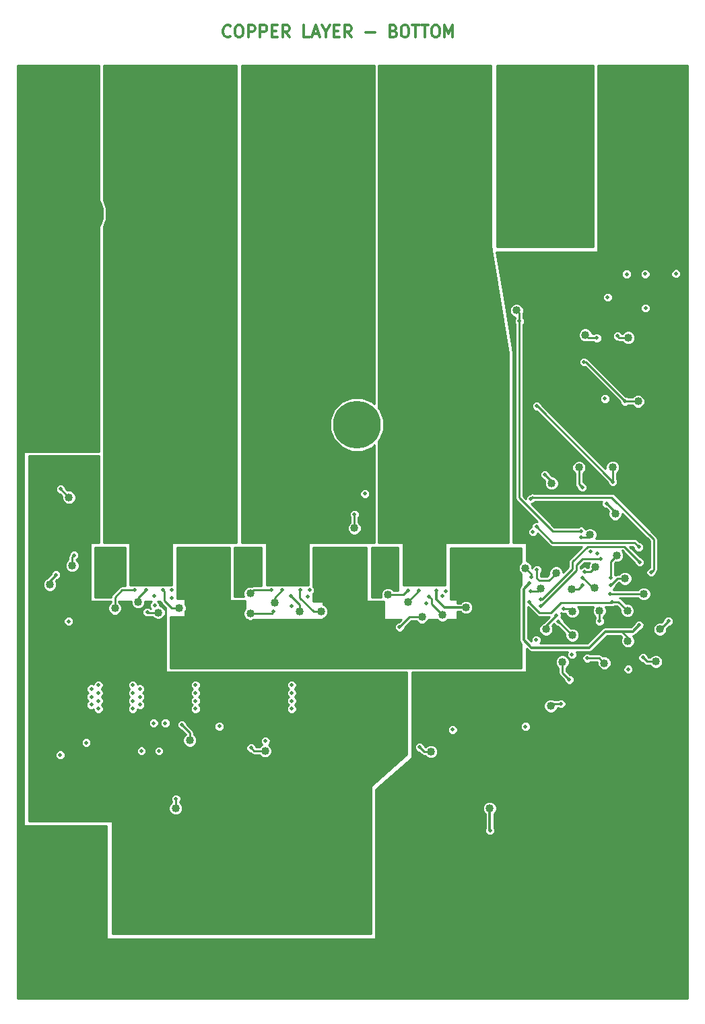
<source format=gbr>
G04 #@! TF.FileFunction,Copper,L4,Bot,Signal*
%FSLAX46Y46*%
G04 Gerber Fmt 4.6, Leading zero omitted, Abs format (unit mm)*
G04 Created by KiCad (PCBNEW 4.0.6) date 10/08/18 09:04:05*
%MOMM*%
%LPD*%
G01*
G04 APERTURE LIST*
%ADD10C,0.100000*%
%ADD11C,0.300000*%
%ADD12C,0.500000*%
%ADD13C,1.016000*%
%ADD14C,6.000000*%
%ADD15C,0.254000*%
%ADD16C,0.340000*%
%ADD17C,0.250000*%
G04 APERTURE END LIST*
D10*
D11*
X134114286Y-33215714D02*
X134042857Y-33287143D01*
X133828571Y-33358571D01*
X133685714Y-33358571D01*
X133471429Y-33287143D01*
X133328571Y-33144286D01*
X133257143Y-33001429D01*
X133185714Y-32715714D01*
X133185714Y-32501429D01*
X133257143Y-32215714D01*
X133328571Y-32072857D01*
X133471429Y-31930000D01*
X133685714Y-31858571D01*
X133828571Y-31858571D01*
X134042857Y-31930000D01*
X134114286Y-32001429D01*
X135042857Y-31858571D02*
X135328571Y-31858571D01*
X135471429Y-31930000D01*
X135614286Y-32072857D01*
X135685714Y-32358571D01*
X135685714Y-32858571D01*
X135614286Y-33144286D01*
X135471429Y-33287143D01*
X135328571Y-33358571D01*
X135042857Y-33358571D01*
X134900000Y-33287143D01*
X134757143Y-33144286D01*
X134685714Y-32858571D01*
X134685714Y-32358571D01*
X134757143Y-32072857D01*
X134900000Y-31930000D01*
X135042857Y-31858571D01*
X136328572Y-33358571D02*
X136328572Y-31858571D01*
X136900000Y-31858571D01*
X137042858Y-31930000D01*
X137114286Y-32001429D01*
X137185715Y-32144286D01*
X137185715Y-32358571D01*
X137114286Y-32501429D01*
X137042858Y-32572857D01*
X136900000Y-32644286D01*
X136328572Y-32644286D01*
X137828572Y-33358571D02*
X137828572Y-31858571D01*
X138400000Y-31858571D01*
X138542858Y-31930000D01*
X138614286Y-32001429D01*
X138685715Y-32144286D01*
X138685715Y-32358571D01*
X138614286Y-32501429D01*
X138542858Y-32572857D01*
X138400000Y-32644286D01*
X137828572Y-32644286D01*
X139328572Y-32572857D02*
X139828572Y-32572857D01*
X140042858Y-33358571D02*
X139328572Y-33358571D01*
X139328572Y-31858571D01*
X140042858Y-31858571D01*
X141542858Y-33358571D02*
X141042858Y-32644286D01*
X140685715Y-33358571D02*
X140685715Y-31858571D01*
X141257143Y-31858571D01*
X141400001Y-31930000D01*
X141471429Y-32001429D01*
X141542858Y-32144286D01*
X141542858Y-32358571D01*
X141471429Y-32501429D01*
X141400001Y-32572857D01*
X141257143Y-32644286D01*
X140685715Y-32644286D01*
X144042858Y-33358571D02*
X143328572Y-33358571D01*
X143328572Y-31858571D01*
X144471429Y-32930000D02*
X145185715Y-32930000D01*
X144328572Y-33358571D02*
X144828572Y-31858571D01*
X145328572Y-33358571D01*
X146114286Y-32644286D02*
X146114286Y-33358571D01*
X145614286Y-31858571D02*
X146114286Y-32644286D01*
X146614286Y-31858571D01*
X147114286Y-32572857D02*
X147614286Y-32572857D01*
X147828572Y-33358571D02*
X147114286Y-33358571D01*
X147114286Y-31858571D01*
X147828572Y-31858571D01*
X149328572Y-33358571D02*
X148828572Y-32644286D01*
X148471429Y-33358571D02*
X148471429Y-31858571D01*
X149042857Y-31858571D01*
X149185715Y-31930000D01*
X149257143Y-32001429D01*
X149328572Y-32144286D01*
X149328572Y-32358571D01*
X149257143Y-32501429D01*
X149185715Y-32572857D01*
X149042857Y-32644286D01*
X148471429Y-32644286D01*
X151114286Y-32787143D02*
X152257143Y-32787143D01*
X154614286Y-32572857D02*
X154828572Y-32644286D01*
X154900000Y-32715714D01*
X154971429Y-32858571D01*
X154971429Y-33072857D01*
X154900000Y-33215714D01*
X154828572Y-33287143D01*
X154685714Y-33358571D01*
X154114286Y-33358571D01*
X154114286Y-31858571D01*
X154614286Y-31858571D01*
X154757143Y-31930000D01*
X154828572Y-32001429D01*
X154900000Y-32144286D01*
X154900000Y-32287143D01*
X154828572Y-32430000D01*
X154757143Y-32501429D01*
X154614286Y-32572857D01*
X154114286Y-32572857D01*
X155900000Y-31858571D02*
X156185714Y-31858571D01*
X156328572Y-31930000D01*
X156471429Y-32072857D01*
X156542857Y-32358571D01*
X156542857Y-32858571D01*
X156471429Y-33144286D01*
X156328572Y-33287143D01*
X156185714Y-33358571D01*
X155900000Y-33358571D01*
X155757143Y-33287143D01*
X155614286Y-33144286D01*
X155542857Y-32858571D01*
X155542857Y-32358571D01*
X155614286Y-32072857D01*
X155757143Y-31930000D01*
X155900000Y-31858571D01*
X156971429Y-31858571D02*
X157828572Y-31858571D01*
X157400001Y-33358571D02*
X157400001Y-31858571D01*
X158114286Y-31858571D02*
X158971429Y-31858571D01*
X158542858Y-33358571D02*
X158542858Y-31858571D01*
X159757143Y-31858571D02*
X160042857Y-31858571D01*
X160185715Y-31930000D01*
X160328572Y-32072857D01*
X160400000Y-32358571D01*
X160400000Y-32858571D01*
X160328572Y-33144286D01*
X160185715Y-33287143D01*
X160042857Y-33358571D01*
X159757143Y-33358571D01*
X159614286Y-33287143D01*
X159471429Y-33144286D01*
X159400000Y-32858571D01*
X159400000Y-32358571D01*
X159471429Y-32072857D01*
X159614286Y-31930000D01*
X159757143Y-31858571D01*
X161042858Y-33358571D02*
X161042858Y-31858571D01*
X161542858Y-32930000D01*
X162042858Y-31858571D01*
X162042858Y-33358571D01*
D12*
X177900000Y-56700000D03*
X177900000Y-55500000D03*
X122000000Y-107400000D03*
X166700000Y-99100000D03*
X166700000Y-98100000D03*
X165700000Y-99100000D03*
X165700000Y-98100000D03*
X164700000Y-99100000D03*
X164700000Y-98100000D03*
X163700000Y-99100000D03*
X163700000Y-98100000D03*
X147400000Y-100500000D03*
X147400000Y-99500000D03*
X147400000Y-101500000D03*
X147400000Y-98500000D03*
X146500000Y-101000000D03*
X146500000Y-100000000D03*
X146500000Y-99000000D03*
X146500000Y-98000000D03*
X130200000Y-101500000D03*
X130200000Y-100500000D03*
X130200000Y-99500000D03*
X130200000Y-98500000D03*
X129300000Y-101000000D03*
X129300000Y-100000000D03*
X129300000Y-99000000D03*
X129300000Y-98000000D03*
X152300000Y-102300000D03*
X152300000Y-101300000D03*
X152300000Y-100300000D03*
X152300000Y-99300000D03*
X152300000Y-98300000D03*
X117500000Y-102000000D03*
X117500000Y-101000000D03*
X117500000Y-100000000D03*
X117500000Y-99000000D03*
X117500000Y-98000000D03*
X135100000Y-102300000D03*
X135100000Y-101300000D03*
X135100000Y-100300000D03*
X135100000Y-99300000D03*
X135100000Y-98300000D03*
X136000000Y-97800000D03*
X160400000Y-145100000D03*
X153400000Y-145100000D03*
X160400000Y-144100000D03*
X153400000Y-144100000D03*
X160400000Y-143100000D03*
X153400000Y-143100000D03*
X160400000Y-142100000D03*
X153400000Y-142100000D03*
X160400000Y-141100000D03*
X153400000Y-141100000D03*
X160400000Y-140100000D03*
X153400000Y-140100000D03*
X160400000Y-139100000D03*
X153400000Y-139100000D03*
X160400000Y-138100000D03*
X153400000Y-138100000D03*
X160400000Y-137100000D03*
X153400000Y-137100000D03*
X160400000Y-136100000D03*
X153400000Y-136100000D03*
X160400000Y-135100000D03*
X153400000Y-135100000D03*
X160400000Y-134100000D03*
X153400000Y-134100000D03*
X160400000Y-133100000D03*
X153400000Y-133100000D03*
X160400000Y-132100000D03*
X153400000Y-132100000D03*
X145600000Y-145100000D03*
X138600000Y-145100000D03*
X145600000Y-144100000D03*
X138600000Y-144100000D03*
X145600000Y-143100000D03*
X138600000Y-143100000D03*
X145600000Y-142100000D03*
X138600000Y-142100000D03*
X145600000Y-141100000D03*
X138600000Y-141100000D03*
X145600000Y-140100000D03*
X138600000Y-140100000D03*
X145600000Y-139100000D03*
X138600000Y-139100000D03*
X145600000Y-138100000D03*
X138600000Y-138100000D03*
X145600000Y-137100000D03*
X138600000Y-137100000D03*
X145600000Y-136100000D03*
X138600000Y-136100000D03*
X145600000Y-135100000D03*
X138600000Y-135100000D03*
X145600000Y-134100000D03*
X138600000Y-134100000D03*
X145600000Y-133100000D03*
X138600000Y-133100000D03*
X145600000Y-132100000D03*
X138600000Y-132100000D03*
X160400000Y-59000000D03*
X153400000Y-59000000D03*
X160400000Y-58000000D03*
X153400000Y-58000000D03*
X160400000Y-57000000D03*
X153400000Y-57000000D03*
X160400000Y-56000000D03*
X153400000Y-56000000D03*
X160400000Y-55000000D03*
X153400000Y-55000000D03*
X160400000Y-54000000D03*
X153400000Y-54000000D03*
X160400000Y-53000000D03*
X153400000Y-53000000D03*
X160400000Y-52000000D03*
X153400000Y-52000000D03*
X160400000Y-51000000D03*
X153400000Y-51000000D03*
X160400000Y-50000000D03*
X153400000Y-50000000D03*
X160400000Y-49000000D03*
X153400000Y-49000000D03*
X160400000Y-48000000D03*
X153400000Y-48000000D03*
X160400000Y-47000000D03*
X153400000Y-47000000D03*
X160400000Y-46000000D03*
X153400000Y-46000000D03*
X145600000Y-59000000D03*
X138600000Y-59000000D03*
X145600000Y-58000000D03*
X138600000Y-58000000D03*
X145600000Y-57000000D03*
X138600000Y-57000000D03*
X145600000Y-56000000D03*
X138600000Y-56000000D03*
X145600000Y-55000000D03*
X138600000Y-55000000D03*
X145600000Y-54000000D03*
X138600000Y-54000000D03*
X145600000Y-53000000D03*
X138600000Y-53000000D03*
X145600000Y-52000000D03*
X138600000Y-52000000D03*
X145600000Y-51000000D03*
X138600000Y-51000000D03*
X145600000Y-50000000D03*
X138600000Y-50000000D03*
X145600000Y-49000000D03*
X138600000Y-49000000D03*
X145600000Y-48000000D03*
X138600000Y-48000000D03*
X145600000Y-47000000D03*
X138600000Y-47000000D03*
X145600000Y-46000000D03*
X138600000Y-46000000D03*
X130800000Y-59000000D03*
X123800000Y-59000000D03*
X130800000Y-58000000D03*
X123800000Y-58000000D03*
X130800000Y-57000000D03*
X123800000Y-57000000D03*
X130800000Y-56000000D03*
X123800000Y-56000000D03*
X130800000Y-55000000D03*
X123800000Y-55000000D03*
X130800000Y-54000000D03*
X123800000Y-54000000D03*
X130800000Y-53000000D03*
X123800000Y-53000000D03*
X130800000Y-52000000D03*
X123800000Y-52000000D03*
X130800000Y-51000000D03*
X123800000Y-51000000D03*
X130800000Y-50000000D03*
X123800000Y-50000000D03*
X130800000Y-49000000D03*
X123800000Y-49000000D03*
X130800000Y-48000000D03*
X123800000Y-48000000D03*
X130800000Y-47000000D03*
X123800000Y-47000000D03*
X130800000Y-46000000D03*
X123800000Y-46000000D03*
X122000000Y-111400000D03*
X122000000Y-110400000D03*
X122000000Y-109400000D03*
X122000000Y-108400000D03*
X179600000Y-115600000D03*
X180800000Y-110000000D03*
X175000000Y-108800000D03*
X179190000Y-88900000D03*
X175310000Y-90410000D03*
X173550000Y-100700000D03*
X178530000Y-99690000D03*
X187400000Y-103100000D03*
X185500000Y-108300000D03*
X162100000Y-122100000D03*
X132700000Y-119900000D03*
X165000000Y-116200000D03*
X165000000Y-115200000D03*
X164100000Y-116700000D03*
X164100000Y-115700000D03*
X164100000Y-114700000D03*
X158800000Y-116200000D03*
X158800000Y-115200000D03*
X158000000Y-116700000D03*
X158000000Y-115700000D03*
X158000000Y-114700000D03*
X141800000Y-117700000D03*
X141800000Y-116700000D03*
X141800000Y-115700000D03*
X141800000Y-114700000D03*
X129700000Y-117700000D03*
X129700000Y-116700000D03*
X129700000Y-115700000D03*
X129700000Y-114700000D03*
X122700000Y-117200000D03*
X122700000Y-116200000D03*
X122700000Y-115200000D03*
X121800000Y-117700000D03*
X121800000Y-116700000D03*
X121800000Y-115700000D03*
X121800000Y-114700000D03*
X116600000Y-117200000D03*
X116600000Y-116200000D03*
X116600000Y-115200000D03*
X117500000Y-117700000D03*
X117500000Y-116700000D03*
X117500000Y-115700000D03*
X117500000Y-114700000D03*
X125900000Y-119500000D03*
X118500000Y-120900000D03*
X112700000Y-123500000D03*
X160760000Y-103570000D03*
X143800000Y-103600000D03*
X126700000Y-103800000D03*
X165800000Y-111600000D03*
X165800000Y-110600000D03*
X165800000Y-109600000D03*
X165800000Y-108600000D03*
X165800000Y-107600000D03*
X153800000Y-122600000D03*
X152800000Y-122600000D03*
X151800000Y-122600000D03*
X150800000Y-122600000D03*
X153800000Y-121000000D03*
X152800000Y-121000000D03*
X151800000Y-121000000D03*
X150800000Y-121000000D03*
X153800000Y-120000000D03*
X152800000Y-120000000D03*
X151800000Y-120000000D03*
X143000000Y-122600000D03*
X142000000Y-122600000D03*
X141000000Y-122600000D03*
X150800000Y-120000000D03*
X143000000Y-120000000D03*
X142000000Y-121000000D03*
X142000000Y-120000000D03*
X143000000Y-121000000D03*
X141000000Y-121000000D03*
X141000000Y-120000000D03*
X140000000Y-122600000D03*
X140000000Y-121000000D03*
X140000000Y-120000000D03*
X164100000Y-111600000D03*
X164100000Y-110600000D03*
X164100000Y-109600000D03*
X164100000Y-108600000D03*
X164100000Y-107600000D03*
X158000000Y-111600000D03*
X158000000Y-110600000D03*
X158000000Y-109600000D03*
X158000000Y-108600000D03*
X158000000Y-107600000D03*
X151900000Y-111600000D03*
X151900000Y-110600000D03*
X151900000Y-109600000D03*
X151900000Y-108600000D03*
X151900000Y-107600000D03*
X150500000Y-111600000D03*
X150500000Y-110600000D03*
X150500000Y-109600000D03*
X150500000Y-108600000D03*
X150500000Y-107600000D03*
X142500000Y-111600000D03*
X142500000Y-110600000D03*
X142500000Y-109600000D03*
X142500000Y-108600000D03*
X142500000Y-107600000D03*
X141000000Y-111600000D03*
X141000000Y-110600000D03*
X141000000Y-109600000D03*
X141000000Y-108600000D03*
X141000000Y-107600000D03*
X128800000Y-111400000D03*
X128800000Y-110400000D03*
X128800000Y-109400000D03*
X128800000Y-108400000D03*
X128800000Y-107400000D03*
X127300000Y-111400000D03*
X127300000Y-110400000D03*
X127300000Y-109400000D03*
X127300000Y-108400000D03*
X127300000Y-107400000D03*
X117100000Y-111400000D03*
X117100000Y-110400000D03*
X117100000Y-109400000D03*
X117100000Y-108400000D03*
X117100000Y-107400000D03*
X117100000Y-106400000D03*
X117100000Y-105400000D03*
X117100000Y-104400000D03*
X113600000Y-94840000D03*
X113600000Y-93640000D03*
X118500000Y-102000000D03*
X118500000Y-101000000D03*
X118500000Y-100000000D03*
X118500000Y-99000000D03*
X118500000Y-98000000D03*
X136000000Y-101800000D03*
X136000000Y-100800000D03*
X136000000Y-99800000D03*
X136000000Y-98800000D03*
X153200000Y-101800000D03*
X153200000Y-100800000D03*
X153200000Y-99800000D03*
X153200000Y-98800000D03*
X153200000Y-97800000D03*
X151000000Y-90700000D03*
X129000000Y-94340000D03*
X129000000Y-93360000D03*
X129000000Y-92380000D03*
X129000000Y-91400000D03*
X129000000Y-90420000D03*
X129000000Y-89440000D03*
X129000000Y-88460000D03*
X129000000Y-87480000D03*
X129000000Y-86500000D03*
X128020000Y-94340000D03*
X128020000Y-93360000D03*
X128020000Y-92380000D03*
X128020000Y-91400000D03*
X128020000Y-90420000D03*
X128020000Y-89440000D03*
X128020000Y-88460000D03*
X128020000Y-87480000D03*
X128020000Y-86500000D03*
X127040000Y-94340000D03*
X127040000Y-93360000D03*
X127040000Y-92380000D03*
X127040000Y-91400000D03*
X127040000Y-90420000D03*
X127040000Y-89440000D03*
X127040000Y-88460000D03*
X127040000Y-87480000D03*
X127040000Y-86500000D03*
X126060000Y-94340000D03*
X126060000Y-93360000D03*
X126060000Y-92380000D03*
X126060000Y-91400000D03*
X126060000Y-90420000D03*
X126060000Y-89440000D03*
X126060000Y-88460000D03*
X126060000Y-87480000D03*
X126060000Y-86500000D03*
X125080000Y-94340000D03*
X125080000Y-93360000D03*
X125080000Y-92380000D03*
X125080000Y-91400000D03*
X125080000Y-90420000D03*
X125080000Y-89440000D03*
X125080000Y-88460000D03*
X125080000Y-87480000D03*
X125080000Y-86500000D03*
X124100000Y-94340000D03*
X124100000Y-93360000D03*
X124100000Y-92380000D03*
X124100000Y-91400000D03*
X124100000Y-90420000D03*
X124100000Y-89440000D03*
X124100000Y-88460000D03*
X124100000Y-87480000D03*
X124100000Y-86500000D03*
X123120000Y-94340000D03*
X123120000Y-93360000D03*
X123120000Y-92380000D03*
X123120000Y-91400000D03*
X123120000Y-90420000D03*
X123120000Y-89440000D03*
X123120000Y-88460000D03*
X123120000Y-87480000D03*
X123120000Y-86500000D03*
X122140000Y-94340000D03*
X122140000Y-93360000D03*
X122140000Y-92380000D03*
X122140000Y-91400000D03*
X122140000Y-90420000D03*
X122140000Y-89440000D03*
X122140000Y-88460000D03*
X122140000Y-87480000D03*
X122140000Y-86500000D03*
X121160000Y-94340000D03*
X121160000Y-93360000D03*
X121160000Y-92380000D03*
X121160000Y-91400000D03*
X121160000Y-90420000D03*
X121160000Y-89440000D03*
X121160000Y-88460000D03*
X121160000Y-87480000D03*
X121160000Y-86500000D03*
X120180000Y-94340000D03*
X120180000Y-93360000D03*
X120180000Y-92380000D03*
X120180000Y-91400000D03*
X120180000Y-90420000D03*
X120180000Y-89440000D03*
X120180000Y-88460000D03*
X120180000Y-87480000D03*
X120180000Y-86500000D03*
X119200000Y-94340000D03*
X119200000Y-93360000D03*
X119200000Y-92380000D03*
X119200000Y-91400000D03*
X119200000Y-90420000D03*
X119200000Y-89440000D03*
X119200000Y-88460000D03*
X119200000Y-87480000D03*
X119200000Y-86500000D03*
X153500000Y-86500000D03*
X146100000Y-94340000D03*
X146100000Y-93360000D03*
X146100000Y-92380000D03*
X146100000Y-91400000D03*
X146100000Y-90420000D03*
X146100000Y-89440000D03*
X146100000Y-88460000D03*
X146100000Y-87480000D03*
X146100000Y-86500000D03*
X145120000Y-94340000D03*
X145120000Y-93360000D03*
X145120000Y-92380000D03*
X145120000Y-91400000D03*
X145120000Y-90420000D03*
X145120000Y-89440000D03*
X145120000Y-88460000D03*
X145120000Y-87480000D03*
X145120000Y-86500000D03*
X144140000Y-94340000D03*
X144140000Y-93360000D03*
X144140000Y-92380000D03*
X144140000Y-91400000D03*
X144140000Y-90420000D03*
X144140000Y-89440000D03*
X144140000Y-88460000D03*
X144140000Y-87480000D03*
X144140000Y-86500000D03*
X143160000Y-94340000D03*
X143160000Y-93360000D03*
X143160000Y-92380000D03*
X143160000Y-91400000D03*
X143160000Y-90420000D03*
X143160000Y-89440000D03*
X143160000Y-88460000D03*
X143160000Y-87480000D03*
X143160000Y-86500000D03*
X142180000Y-94340000D03*
X142180000Y-93360000D03*
X142180000Y-92380000D03*
X142180000Y-91400000D03*
X142180000Y-90420000D03*
X142180000Y-89440000D03*
X142180000Y-88460000D03*
X142180000Y-87480000D03*
X142180000Y-86500000D03*
X141200000Y-94340000D03*
X141200000Y-93360000D03*
X141200000Y-92380000D03*
X141200000Y-91400000D03*
X141200000Y-90420000D03*
X141200000Y-89440000D03*
X141200000Y-88460000D03*
X141200000Y-87480000D03*
X141200000Y-86500000D03*
X140220000Y-94340000D03*
X140220000Y-93360000D03*
X140220000Y-92380000D03*
X140220000Y-91400000D03*
X140220000Y-90420000D03*
X140220000Y-89440000D03*
X140220000Y-88460000D03*
X140220000Y-87480000D03*
X140220000Y-86500000D03*
X139240000Y-94340000D03*
X139240000Y-93360000D03*
X139240000Y-92380000D03*
X139240000Y-91400000D03*
X139240000Y-90420000D03*
X139240000Y-89440000D03*
X139240000Y-88460000D03*
X139240000Y-87480000D03*
X139240000Y-86500000D03*
X138260000Y-94340000D03*
X138260000Y-93360000D03*
X138260000Y-92380000D03*
X138260000Y-91400000D03*
X138260000Y-90420000D03*
X138260000Y-89440000D03*
X138260000Y-88460000D03*
X138260000Y-87480000D03*
X138260000Y-86500000D03*
X137280000Y-94340000D03*
X137280000Y-93360000D03*
X137280000Y-92380000D03*
X137280000Y-91400000D03*
X137280000Y-90420000D03*
X137280000Y-89440000D03*
X137280000Y-88460000D03*
X137280000Y-87480000D03*
X137280000Y-86500000D03*
X136300000Y-94340000D03*
X136300000Y-93360000D03*
X136300000Y-92380000D03*
X136300000Y-91400000D03*
X136300000Y-90420000D03*
X136300000Y-89440000D03*
X136300000Y-88460000D03*
X136300000Y-87480000D03*
X136300000Y-86500000D03*
X163300000Y-94340000D03*
X163300000Y-93360000D03*
X163300000Y-92380000D03*
X163300000Y-91400000D03*
X163300000Y-90420000D03*
X163300000Y-89440000D03*
X163300000Y-88460000D03*
X163300000Y-87480000D03*
X163300000Y-86500000D03*
X162320000Y-94340000D03*
X162320000Y-93360000D03*
X162320000Y-92380000D03*
X162320000Y-91400000D03*
X162320000Y-90420000D03*
X162320000Y-89440000D03*
X162320000Y-88460000D03*
X162320000Y-87480000D03*
X162320000Y-86500000D03*
X161340000Y-94340000D03*
X161340000Y-93360000D03*
X161340000Y-92380000D03*
X161340000Y-91400000D03*
X161340000Y-90420000D03*
X161340000Y-89440000D03*
X161340000Y-88460000D03*
X161340000Y-87480000D03*
X161340000Y-86500000D03*
X160360000Y-94340000D03*
X160360000Y-93360000D03*
X160360000Y-92380000D03*
X160360000Y-91400000D03*
X160360000Y-90420000D03*
X160360000Y-89440000D03*
X160360000Y-88460000D03*
X160360000Y-87480000D03*
X160360000Y-86500000D03*
X159380000Y-94340000D03*
X159380000Y-93360000D03*
X159380000Y-92380000D03*
X159380000Y-91400000D03*
X159380000Y-90420000D03*
X159380000Y-89440000D03*
X159380000Y-88460000D03*
X159380000Y-87480000D03*
X159380000Y-86500000D03*
X158400000Y-94340000D03*
X158400000Y-93360000D03*
X158400000Y-92380000D03*
X158400000Y-91400000D03*
X158400000Y-90420000D03*
X158400000Y-89440000D03*
X158400000Y-88460000D03*
X158400000Y-87480000D03*
X158400000Y-86500000D03*
X157420000Y-94340000D03*
X157420000Y-93360000D03*
X157420000Y-92380000D03*
X157420000Y-91400000D03*
X157420000Y-90420000D03*
X157420000Y-89440000D03*
X157420000Y-88460000D03*
X157420000Y-87480000D03*
X157420000Y-86500000D03*
X156440000Y-94340000D03*
X156440000Y-93360000D03*
X156440000Y-92380000D03*
X156440000Y-91400000D03*
X156440000Y-90420000D03*
X156440000Y-89440000D03*
X156440000Y-88460000D03*
X156440000Y-87480000D03*
X156440000Y-86500000D03*
X155460000Y-94340000D03*
X155460000Y-93360000D03*
X155460000Y-92380000D03*
X155460000Y-91400000D03*
X155460000Y-90420000D03*
X155460000Y-89440000D03*
X155460000Y-88460000D03*
X155460000Y-87480000D03*
X155460000Y-86500000D03*
X154480000Y-94340000D03*
X154480000Y-93360000D03*
X154480000Y-92380000D03*
X154480000Y-91400000D03*
X154480000Y-90420000D03*
X154480000Y-89440000D03*
X154480000Y-88460000D03*
X154480000Y-87480000D03*
X154500000Y-86500000D03*
X153500000Y-94340000D03*
X153500000Y-93360000D03*
X153500000Y-92380000D03*
X153500000Y-91400000D03*
X153500000Y-90420000D03*
X153500000Y-89440000D03*
X153500000Y-88460000D03*
X153500000Y-87480000D03*
D13*
X141200000Y-84400000D03*
X158400000Y-84500000D03*
X177800000Y-48600000D03*
X142100000Y-130200000D03*
X156900000Y-130200000D03*
X180500000Y-105400000D03*
X166700000Y-130200000D03*
X124100000Y-84400000D03*
X113800000Y-91140000D03*
X144090000Y-109610000D03*
X181110000Y-111960000D03*
X127200000Y-130200000D03*
X159300000Y-123090000D03*
X128970000Y-121680000D03*
X138440000Y-123000000D03*
X177010000Y-102680000D03*
X175830000Y-111820000D03*
X114200000Y-99710000D03*
X179890000Y-102550000D03*
X187570000Y-111780000D03*
X174370000Y-117350000D03*
X170080000Y-67670000D03*
X184120000Y-71080000D03*
X182470000Y-93230000D03*
X186070000Y-103280000D03*
X183710000Y-101340000D03*
X182680000Y-98430000D03*
X179990000Y-99870000D03*
X185350000Y-79100000D03*
X182140000Y-87370000D03*
X125040000Y-105610000D03*
X173780000Y-107720000D03*
X179310000Y-95860000D03*
X177060000Y-108450000D03*
X127670000Y-105020000D03*
X174470000Y-89370000D03*
X119560000Y-105070000D03*
X122480000Y-104270000D03*
X171160000Y-100020000D03*
X136580000Y-105740000D03*
X142770000Y-105500000D03*
X188100000Y-107720000D03*
X177100000Y-105480000D03*
X145500000Y-105490000D03*
X178730000Y-70750000D03*
X136580000Y-103210000D03*
X139630000Y-104350000D03*
X184070000Y-109190000D03*
X158170000Y-106170000D03*
X160720000Y-105920000D03*
X175030000Y-100640000D03*
X184000000Y-105380000D03*
X163710000Y-104970000D03*
X177910000Y-87400000D03*
X153920000Y-103380000D03*
X156400000Y-104300000D03*
X173070000Y-102620000D03*
X111390000Y-102110000D03*
D14*
X115165000Y-135505180D03*
X150000000Y-82000000D03*
X115165000Y-55495180D03*
X183745000Y-55495180D03*
X183745000Y-135505180D03*
D13*
X149690000Y-95020000D03*
D12*
X114440000Y-98410000D03*
X112740000Y-90110000D03*
X180500000Y-106700000D03*
X186980000Y-100550000D03*
X171860000Y-91340000D03*
X171200000Y-119930000D03*
X178940000Y-111340000D03*
X127240000Y-129030000D03*
X124440000Y-119500000D03*
X115960000Y-121960000D03*
X112150000Y-100870000D03*
X175660000Y-117070000D03*
X122900000Y-122990000D03*
X185970000Y-111270000D03*
X177040000Y-110880000D03*
X184100000Y-112740000D03*
X178370000Y-101210000D03*
X162030000Y-120330000D03*
X125110000Y-123000000D03*
X157880000Y-122520000D03*
X173630000Y-88300000D03*
X186290000Y-67380000D03*
X181190000Y-78750000D03*
X172130000Y-95480000D03*
X180160000Y-71140000D03*
X182760000Y-70880000D03*
X179340000Y-97970000D03*
X172540000Y-109050000D03*
X178340000Y-89890000D03*
X180240000Y-98160000D03*
X181530000Y-66020000D03*
X181380000Y-91910000D03*
X149690000Y-93280000D03*
X185430000Y-97380000D03*
X172580000Y-94830000D03*
X123630000Y-105560000D03*
X178160000Y-96150000D03*
X139510000Y-105510000D03*
X189160000Y-106700000D03*
X155360000Y-107440000D03*
X172640000Y-100240000D03*
X176700000Y-114040000D03*
X136690000Y-122610000D03*
X178180000Y-95390000D03*
X170430000Y-69020000D03*
X178630000Y-100470000D03*
X138490000Y-121760000D03*
X178370000Y-102170000D03*
X124570000Y-104710000D03*
X175350000Y-106730000D03*
X175100000Y-105960000D03*
X124530000Y-103560000D03*
X175980000Y-105130000D03*
X141750000Y-104820000D03*
X158730000Y-104470000D03*
X171690000Y-104280000D03*
X182050000Y-104260000D03*
X181870000Y-103240000D03*
X181880000Y-102190000D03*
X181900000Y-101270000D03*
X173100000Y-103920000D03*
X159080000Y-103590000D03*
X185540000Y-99280000D03*
X141680000Y-103550000D03*
X173100000Y-104810000D03*
X180660000Y-98850000D03*
X172610000Y-79680000D03*
X182170000Y-89180000D03*
X178530000Y-74150000D03*
X183720000Y-79100000D03*
X122050000Y-102790000D03*
X123460000Y-102790000D03*
X190110000Y-63050000D03*
X125650000Y-102790000D03*
X171890000Y-101160000D03*
X126740000Y-102810000D03*
X139240000Y-102770000D03*
X140640000Y-102770000D03*
X186250000Y-63090000D03*
X142850000Y-102770000D03*
X144030000Y-102800000D03*
X185480000Y-107210000D03*
X171680000Y-101960000D03*
X156400000Y-102840000D03*
X157820000Y-102840000D03*
X183920000Y-63110000D03*
X160010000Y-102840000D03*
X161140000Y-102910000D03*
X171840000Y-102900000D03*
X113750000Y-106710000D03*
X166730000Y-132970000D03*
X127980000Y-119710000D03*
D15*
X114200000Y-98650000D02*
X114200000Y-99710000D01*
X114440000Y-98410000D02*
X114200000Y-98650000D01*
X112740000Y-90110000D02*
X113770000Y-91140000D01*
X113770000Y-91140000D02*
X113800000Y-91140000D01*
X142500000Y-109600000D02*
X144080000Y-109600000D01*
X144080000Y-109600000D02*
X144090000Y-109610000D01*
X180500000Y-106700000D02*
X180500000Y-105400000D01*
X178940000Y-111340000D02*
X180490000Y-111340000D01*
X180490000Y-111340000D02*
X181110000Y-111960000D01*
X186980000Y-100550000D02*
X187310000Y-100220000D01*
D16*
X171860000Y-91340000D02*
X172060000Y-91140000D01*
D15*
X182030000Y-91140000D02*
X172060000Y-91140000D01*
X187310000Y-96420000D02*
X182030000Y-91140000D01*
X187310000Y-100220000D02*
X187310000Y-96420000D01*
X127200000Y-130200000D02*
X127200000Y-129070000D01*
X127200000Y-129070000D02*
X127240000Y-129030000D01*
X112150000Y-100870000D02*
X111390000Y-101630000D01*
X111390000Y-101630000D02*
X111390000Y-102110000D01*
X175660000Y-117070000D02*
X174650000Y-117070000D01*
X174650000Y-117070000D02*
X174370000Y-117350000D01*
X186480000Y-111780000D02*
X187570000Y-111780000D01*
X185970000Y-111270000D02*
X186480000Y-111780000D01*
X179890000Y-102550000D02*
X179710000Y-102550000D01*
X179710000Y-102550000D02*
X178370000Y-101210000D01*
X157880000Y-122520000D02*
X158450000Y-123090000D01*
X158450000Y-123090000D02*
X159300000Y-123090000D01*
X173630000Y-88300000D02*
X174470000Y-89140000D01*
X174470000Y-89140000D02*
X174470000Y-89370000D01*
X180160000Y-71140000D02*
X179120000Y-71140000D01*
X179120000Y-71140000D02*
X178730000Y-70750000D01*
X184120000Y-71080000D02*
X182960000Y-71080000D01*
X182960000Y-71080000D02*
X182760000Y-70880000D01*
X177910000Y-89460000D02*
X177910000Y-87400000D01*
X178340000Y-89890000D02*
X177910000Y-89460000D01*
X181380000Y-91910000D02*
X182470000Y-93000000D01*
X182470000Y-93000000D02*
X182470000Y-93230000D01*
D17*
X149690000Y-95020000D02*
X149690000Y-93280000D01*
D15*
X172580000Y-94830000D02*
X174555998Y-96805998D01*
X184855998Y-96805998D02*
X185430000Y-97380000D01*
X174555998Y-96805998D02*
X184855998Y-96805998D01*
X125040000Y-105610000D02*
X123670000Y-105610000D01*
X123630000Y-105570000D02*
X123670000Y-105610000D01*
X123630000Y-105570000D02*
X123630000Y-105560000D01*
X178160000Y-96150000D02*
X179020000Y-96150000D01*
X179020000Y-96150000D02*
X179310000Y-95860000D01*
X139350000Y-105740000D02*
X136580000Y-105740000D01*
X139510000Y-105510000D02*
X139350000Y-105740000D01*
X189160000Y-106700000D02*
X188140000Y-107720000D01*
X188140000Y-107720000D02*
X188100000Y-107720000D01*
X156630000Y-106170000D02*
X158170000Y-106170000D01*
X155360000Y-107440000D02*
X156630000Y-106170000D01*
X174110000Y-101610000D02*
X174850000Y-100870000D01*
X172960000Y-101610000D02*
X174110000Y-101610000D01*
X172640000Y-101290000D02*
X172960000Y-101610000D01*
X172640000Y-100240000D02*
X172640000Y-101290000D01*
X175830000Y-113170000D02*
X175830000Y-111820000D01*
X176700000Y-114040000D02*
X175830000Y-113170000D01*
X137080000Y-123000000D02*
X138440000Y-123000000D01*
X136690000Y-122610000D02*
X137080000Y-123000000D01*
X170430000Y-69020000D02*
X170430000Y-68020000D01*
X170430000Y-68020000D02*
X170080000Y-67670000D01*
X178180000Y-95390000D02*
X174600000Y-95390000D01*
X170410000Y-69040000D02*
X170430000Y-69020000D01*
X170410000Y-91200000D02*
X170410000Y-69040000D01*
X174600000Y-95390000D02*
X170410000Y-91200000D01*
X178630000Y-100470000D02*
X179390000Y-100470000D01*
X179390000Y-100470000D02*
X179990000Y-99870000D01*
X178630000Y-100470000D02*
X178710000Y-100550000D01*
X178370000Y-102170000D02*
X177860000Y-102680000D01*
X177860000Y-102680000D02*
X177010000Y-102680000D01*
X175350000Y-106730000D02*
X175350000Y-106740000D01*
X175350000Y-106740000D02*
X177060000Y-108450000D01*
X173780000Y-107720000D02*
X173780000Y-107280000D01*
X173780000Y-107280000D02*
X175100000Y-105960000D01*
X175980000Y-105130000D02*
X176750000Y-105130000D01*
X176750000Y-105130000D02*
X177100000Y-105480000D01*
X182050000Y-104260000D02*
X182880000Y-104260000D01*
X182880000Y-104260000D02*
X184000000Y-105380000D01*
X171690000Y-104360000D02*
X171690000Y-104280000D01*
X181910000Y-104400000D02*
X182050000Y-104260000D01*
X175610000Y-104400000D02*
X181910000Y-104400000D01*
X174360000Y-105650000D02*
X175610000Y-104400000D01*
X172980000Y-105650000D02*
X174360000Y-105650000D01*
X172980000Y-105650000D02*
X171690000Y-104360000D01*
X181910000Y-103280000D02*
X186070000Y-103280000D01*
X181870000Y-103240000D02*
X181910000Y-103280000D01*
X182730000Y-101340000D02*
X183710000Y-101340000D01*
X181880000Y-102190000D02*
X182730000Y-101340000D01*
X181900000Y-99210000D02*
X182680000Y-98430000D01*
X181900000Y-101270000D02*
X181900000Y-99210000D01*
X159080000Y-103590000D02*
X159370000Y-103880000D01*
X159370000Y-104570000D02*
X160720000Y-105920000D01*
X159370000Y-103880000D02*
X159370000Y-104570000D01*
X173120000Y-103940000D02*
X173100000Y-103920000D01*
X177090000Y-100107234D02*
X173257234Y-103940000D01*
X177090000Y-99240000D02*
X177090000Y-100107234D01*
X179020000Y-97310000D02*
X177090000Y-99240000D01*
X183570000Y-97310000D02*
X179020000Y-97310000D01*
X185540000Y-99280000D02*
X183570000Y-97310000D01*
X173257234Y-103940000D02*
X173120000Y-103940000D01*
X141680000Y-103550000D02*
X142770000Y-104640000D01*
X142770000Y-104640000D02*
X142770000Y-105500000D01*
X173100000Y-104810000D02*
X177620000Y-100290000D01*
X177620000Y-100290000D02*
X177620000Y-99620000D01*
X177620000Y-99620000D02*
X178390000Y-98850000D01*
X178390000Y-98850000D02*
X180660000Y-98850000D01*
X182170000Y-89180000D02*
X182170000Y-87400000D01*
X182170000Y-87400000D02*
X182140000Y-87370000D01*
X172670000Y-79680000D02*
X172610000Y-79680000D01*
X182170000Y-89180000D02*
X172670000Y-79680000D01*
X183720000Y-79100000D02*
X185350000Y-79100000D01*
X178770000Y-74150000D02*
X178530000Y-74150000D01*
X183720000Y-79100000D02*
X178770000Y-74150000D01*
X119560000Y-103690000D02*
X119560000Y-105070000D01*
X120450000Y-102800000D02*
X119560000Y-103690000D01*
X122040000Y-102800000D02*
X120450000Y-102800000D01*
X122050000Y-102790000D02*
X122040000Y-102800000D01*
X123460000Y-102790000D02*
X122480000Y-103770000D01*
X122480000Y-103770000D02*
X122480000Y-104270000D01*
X126690000Y-105020000D02*
X127670000Y-105020000D01*
X125760000Y-104090000D02*
X126690000Y-105020000D01*
X125760000Y-102900000D02*
X125760000Y-104090000D01*
X125650000Y-102790000D02*
X125760000Y-102900000D01*
X171890000Y-101160000D02*
X171890000Y-100750000D01*
X171890000Y-100750000D02*
X171160000Y-100020000D01*
X137030000Y-102760000D02*
X136580000Y-103210000D01*
X139230000Y-102760000D02*
X137030000Y-102760000D01*
X139240000Y-102770000D02*
X139230000Y-102760000D01*
X139630000Y-103770000D02*
X139630000Y-104350000D01*
X140630000Y-102770000D02*
X139630000Y-103770000D01*
X140640000Y-102770000D02*
X140630000Y-102770000D01*
X144540000Y-105490000D02*
X145500000Y-105490000D01*
X142840000Y-103790000D02*
X144540000Y-105490000D01*
X142840000Y-102760000D02*
X142840000Y-103790000D01*
X142850000Y-102770000D02*
X142840000Y-102760000D01*
D16*
X170990000Y-104570000D02*
X170990000Y-109060000D01*
X181230000Y-108000000D02*
X183320000Y-108000000D01*
X179220000Y-110010000D02*
X181230000Y-108000000D01*
X171940000Y-110010000D02*
X179220000Y-110010000D01*
X170990000Y-109060000D02*
X171940000Y-110010000D01*
D15*
X184070000Y-109190000D02*
X184070000Y-108750000D01*
X184070000Y-108750000D02*
X183320000Y-108000000D01*
D16*
X183320000Y-108000000D02*
X184690000Y-108000000D01*
X184690000Y-108000000D02*
X185480000Y-107210000D01*
X170990000Y-102650000D02*
X171680000Y-101960000D01*
X170990000Y-104580000D02*
X170990000Y-104570000D01*
X170990000Y-104570000D02*
X170990000Y-103500000D01*
X170990000Y-103500000D02*
X170990000Y-102650000D01*
D15*
X155800000Y-103400000D02*
X155780000Y-103380000D01*
X156400000Y-102840000D02*
X156400000Y-102800000D01*
X156400000Y-102800000D02*
X155800000Y-103400000D01*
X155780000Y-103380000D02*
X153920000Y-103380000D01*
X157820000Y-102840000D02*
X156400000Y-104260000D01*
X156400000Y-104260000D02*
X156400000Y-104300000D01*
D16*
X161040000Y-104970000D02*
X163710000Y-104970000D01*
X160010000Y-103940000D02*
X161040000Y-104970000D01*
X160010000Y-102840000D02*
X160010000Y-103940000D01*
D15*
X171840000Y-102900000D02*
X172790000Y-102900000D01*
X172790000Y-102900000D02*
X173070000Y-102620000D01*
D16*
X166730000Y-132970000D02*
X166700000Y-132940000D01*
X166700000Y-132940000D02*
X166700000Y-130200000D01*
D15*
X128970000Y-120700000D02*
X128970000Y-121680000D01*
X127980000Y-119710000D02*
X128970000Y-120700000D01*
G36*
X133973000Y-104000000D02*
X133983006Y-104049410D01*
X134011447Y-104091035D01*
X134053841Y-104118315D01*
X134100000Y-104127000D01*
X135973000Y-104127000D01*
X135973000Y-105095453D01*
X135830171Y-105238033D01*
X135695154Y-105563190D01*
X135694847Y-105915265D01*
X135829296Y-106240657D01*
X135973000Y-106384612D01*
X135973000Y-106400000D01*
X135983006Y-106449410D01*
X136011447Y-106491035D01*
X136053841Y-106518315D01*
X136100000Y-106527000D01*
X136167551Y-106527000D01*
X136403190Y-106624846D01*
X136755265Y-106625153D01*
X136992814Y-106527000D01*
X145600000Y-106527000D01*
X145649410Y-106516994D01*
X145691035Y-106488553D01*
X145718315Y-106446159D01*
X145727000Y-106400000D01*
X145727000Y-106353777D01*
X146000657Y-106240704D01*
X146249829Y-105991967D01*
X146384846Y-105666810D01*
X146385153Y-105314735D01*
X146250704Y-104989343D01*
X146001967Y-104740171D01*
X145727000Y-104625995D01*
X145727000Y-104300000D01*
X145716994Y-104250590D01*
X145688553Y-104208965D01*
X145646159Y-104181685D01*
X145600000Y-104173000D01*
X144527000Y-104173000D01*
X144527000Y-103189806D01*
X144561235Y-103155631D01*
X144656891Y-102925265D01*
X144657109Y-102675829D01*
X144561855Y-102445297D01*
X144527000Y-102410381D01*
X144527000Y-97427000D01*
X151173000Y-97427000D01*
X151173000Y-104100000D01*
X151183006Y-104149410D01*
X151211447Y-104191035D01*
X151253841Y-104218315D01*
X151300000Y-104227000D01*
X153373000Y-104227000D01*
X153373000Y-106400000D01*
X153383006Y-106449410D01*
X153411447Y-106491035D01*
X153453841Y-106518315D01*
X153500000Y-106527000D01*
X155560236Y-106527000D01*
X155274311Y-106812925D01*
X155235829Y-106812891D01*
X155005297Y-106908145D01*
X154828765Y-107084369D01*
X154733109Y-107314735D01*
X154732891Y-107564171D01*
X154828145Y-107794703D01*
X155004369Y-107971235D01*
X155234735Y-108066891D01*
X155484171Y-108067109D01*
X155714703Y-107971855D01*
X155891235Y-107795631D01*
X155986891Y-107565265D01*
X155986925Y-107525839D01*
X156838764Y-106674000D01*
X157422633Y-106674000D01*
X157668033Y-106919829D01*
X157993190Y-107054846D01*
X158345265Y-107055153D01*
X158670657Y-106920704D01*
X158919829Y-106671967D01*
X158980025Y-106527000D01*
X160075453Y-106527000D01*
X160218033Y-106669829D01*
X160543190Y-106804846D01*
X160895265Y-106805153D01*
X161220657Y-106670704D01*
X161364612Y-106527000D01*
X162500000Y-106527000D01*
X162549410Y-106516994D01*
X162591035Y-106488553D01*
X162618315Y-106446159D01*
X162627000Y-106400000D01*
X162627000Y-105517000D01*
X163005558Y-105517000D01*
X163208033Y-105719829D01*
X163533190Y-105854846D01*
X163885265Y-105855153D01*
X164210657Y-105720704D01*
X164459829Y-105471967D01*
X164594846Y-105146810D01*
X164595153Y-104794735D01*
X164460704Y-104469343D01*
X164211967Y-104220171D01*
X163886810Y-104085154D01*
X163534735Y-104084847D01*
X163209343Y-104219296D01*
X163005283Y-104423000D01*
X162627000Y-104423000D01*
X162627000Y-104100000D01*
X162616994Y-104050590D01*
X162588553Y-104008965D01*
X162546159Y-103981685D01*
X162500000Y-103973000D01*
X161727000Y-103973000D01*
X161727000Y-103131334D01*
X161766891Y-103035265D01*
X161767109Y-102785829D01*
X161727000Y-102688758D01*
X161727000Y-97527000D01*
X170673000Y-97527000D01*
X170673000Y-99263653D01*
X170659343Y-99269296D01*
X170410171Y-99518033D01*
X170275154Y-99843190D01*
X170274847Y-100195265D01*
X170409296Y-100520657D01*
X170658033Y-100769829D01*
X170673000Y-100776044D01*
X170673000Y-102193426D01*
X170603213Y-102263213D01*
X170484638Y-102440672D01*
X170443000Y-102650000D01*
X170443000Y-109060000D01*
X170484638Y-109269328D01*
X170603213Y-109446787D01*
X170673000Y-109516574D01*
X170673000Y-112573000D01*
X126527000Y-112573000D01*
X126527000Y-106127000D01*
X128300000Y-106127000D01*
X128349410Y-106116994D01*
X128391035Y-106088553D01*
X128418315Y-106046159D01*
X128427000Y-106000000D01*
X128427000Y-105504697D01*
X128554846Y-105196810D01*
X128555153Y-104844735D01*
X128427000Y-104534581D01*
X128427000Y-104000000D01*
X128416994Y-103950590D01*
X128388553Y-103908965D01*
X128346159Y-103881685D01*
X128300000Y-103873000D01*
X127427000Y-103873000D01*
X127427000Y-97427000D01*
X133973000Y-97427000D01*
X133973000Y-104000000D01*
X133973000Y-104000000D01*
G37*
X133973000Y-104000000D02*
X133983006Y-104049410D01*
X134011447Y-104091035D01*
X134053841Y-104118315D01*
X134100000Y-104127000D01*
X135973000Y-104127000D01*
X135973000Y-105095453D01*
X135830171Y-105238033D01*
X135695154Y-105563190D01*
X135694847Y-105915265D01*
X135829296Y-106240657D01*
X135973000Y-106384612D01*
X135973000Y-106400000D01*
X135983006Y-106449410D01*
X136011447Y-106491035D01*
X136053841Y-106518315D01*
X136100000Y-106527000D01*
X136167551Y-106527000D01*
X136403190Y-106624846D01*
X136755265Y-106625153D01*
X136992814Y-106527000D01*
X145600000Y-106527000D01*
X145649410Y-106516994D01*
X145691035Y-106488553D01*
X145718315Y-106446159D01*
X145727000Y-106400000D01*
X145727000Y-106353777D01*
X146000657Y-106240704D01*
X146249829Y-105991967D01*
X146384846Y-105666810D01*
X146385153Y-105314735D01*
X146250704Y-104989343D01*
X146001967Y-104740171D01*
X145727000Y-104625995D01*
X145727000Y-104300000D01*
X145716994Y-104250590D01*
X145688553Y-104208965D01*
X145646159Y-104181685D01*
X145600000Y-104173000D01*
X144527000Y-104173000D01*
X144527000Y-103189806D01*
X144561235Y-103155631D01*
X144656891Y-102925265D01*
X144657109Y-102675829D01*
X144561855Y-102445297D01*
X144527000Y-102410381D01*
X144527000Y-97427000D01*
X151173000Y-97427000D01*
X151173000Y-104100000D01*
X151183006Y-104149410D01*
X151211447Y-104191035D01*
X151253841Y-104218315D01*
X151300000Y-104227000D01*
X153373000Y-104227000D01*
X153373000Y-106400000D01*
X153383006Y-106449410D01*
X153411447Y-106491035D01*
X153453841Y-106518315D01*
X153500000Y-106527000D01*
X155560236Y-106527000D01*
X155274311Y-106812925D01*
X155235829Y-106812891D01*
X155005297Y-106908145D01*
X154828765Y-107084369D01*
X154733109Y-107314735D01*
X154732891Y-107564171D01*
X154828145Y-107794703D01*
X155004369Y-107971235D01*
X155234735Y-108066891D01*
X155484171Y-108067109D01*
X155714703Y-107971855D01*
X155891235Y-107795631D01*
X155986891Y-107565265D01*
X155986925Y-107525839D01*
X156838764Y-106674000D01*
X157422633Y-106674000D01*
X157668033Y-106919829D01*
X157993190Y-107054846D01*
X158345265Y-107055153D01*
X158670657Y-106920704D01*
X158919829Y-106671967D01*
X158980025Y-106527000D01*
X160075453Y-106527000D01*
X160218033Y-106669829D01*
X160543190Y-106804846D01*
X160895265Y-106805153D01*
X161220657Y-106670704D01*
X161364612Y-106527000D01*
X162500000Y-106527000D01*
X162549410Y-106516994D01*
X162591035Y-106488553D01*
X162618315Y-106446159D01*
X162627000Y-106400000D01*
X162627000Y-105517000D01*
X163005558Y-105517000D01*
X163208033Y-105719829D01*
X163533190Y-105854846D01*
X163885265Y-105855153D01*
X164210657Y-105720704D01*
X164459829Y-105471967D01*
X164594846Y-105146810D01*
X164595153Y-104794735D01*
X164460704Y-104469343D01*
X164211967Y-104220171D01*
X163886810Y-104085154D01*
X163534735Y-104084847D01*
X163209343Y-104219296D01*
X163005283Y-104423000D01*
X162627000Y-104423000D01*
X162627000Y-104100000D01*
X162616994Y-104050590D01*
X162588553Y-104008965D01*
X162546159Y-103981685D01*
X162500000Y-103973000D01*
X161727000Y-103973000D01*
X161727000Y-103131334D01*
X161766891Y-103035265D01*
X161767109Y-102785829D01*
X161727000Y-102688758D01*
X161727000Y-97527000D01*
X170673000Y-97527000D01*
X170673000Y-99263653D01*
X170659343Y-99269296D01*
X170410171Y-99518033D01*
X170275154Y-99843190D01*
X170274847Y-100195265D01*
X170409296Y-100520657D01*
X170658033Y-100769829D01*
X170673000Y-100776044D01*
X170673000Y-102193426D01*
X170603213Y-102263213D01*
X170484638Y-102440672D01*
X170443000Y-102650000D01*
X170443000Y-109060000D01*
X170484638Y-109269328D01*
X170603213Y-109446787D01*
X170673000Y-109516574D01*
X170673000Y-112573000D01*
X126527000Y-112573000D01*
X126527000Y-106127000D01*
X128300000Y-106127000D01*
X128349410Y-106116994D01*
X128391035Y-106088553D01*
X128418315Y-106046159D01*
X128427000Y-106000000D01*
X128427000Y-105504697D01*
X128554846Y-105196810D01*
X128555153Y-104844735D01*
X128427000Y-104534581D01*
X128427000Y-104000000D01*
X128416994Y-103950590D01*
X128388553Y-103908965D01*
X128346159Y-103881685D01*
X128300000Y-103873000D01*
X127427000Y-103873000D01*
X127427000Y-97427000D01*
X133973000Y-97427000D01*
X133973000Y-104000000D01*
G36*
X134873000Y-96873000D02*
X126800000Y-96873000D01*
X126750590Y-96883006D01*
X126708965Y-96911447D01*
X126681685Y-96953841D01*
X126673000Y-97000000D01*
X126673000Y-102173000D01*
X125799085Y-102173000D01*
X125775265Y-102163109D01*
X125525829Y-102162891D01*
X125501363Y-102173000D01*
X123609085Y-102173000D01*
X123585265Y-102163109D01*
X123335829Y-102162891D01*
X123311363Y-102173000D01*
X122199085Y-102173000D01*
X122175265Y-102163109D01*
X121925829Y-102162891D01*
X121901363Y-102173000D01*
X121427000Y-102173000D01*
X121427000Y-97000000D01*
X121416994Y-96950590D01*
X121388553Y-96908965D01*
X121346159Y-96881685D01*
X121300000Y-96873000D01*
X118127000Y-96873000D01*
X118127000Y-57167869D01*
X118541412Y-56169854D01*
X118542585Y-54826400D01*
X118127000Y-53820609D01*
X118127000Y-36896845D01*
X134873000Y-36896845D01*
X134873000Y-96873000D01*
X134873000Y-96873000D01*
G37*
X134873000Y-96873000D02*
X126800000Y-96873000D01*
X126750590Y-96883006D01*
X126708965Y-96911447D01*
X126681685Y-96953841D01*
X126673000Y-97000000D01*
X126673000Y-102173000D01*
X125799085Y-102173000D01*
X125775265Y-102163109D01*
X125525829Y-102162891D01*
X125501363Y-102173000D01*
X123609085Y-102173000D01*
X123585265Y-102163109D01*
X123335829Y-102162891D01*
X123311363Y-102173000D01*
X122199085Y-102173000D01*
X122175265Y-102163109D01*
X121925829Y-102162891D01*
X121901363Y-102173000D01*
X121427000Y-102173000D01*
X121427000Y-97000000D01*
X121416994Y-96950590D01*
X121388553Y-96908965D01*
X121346159Y-96881685D01*
X121300000Y-96873000D01*
X118127000Y-96873000D01*
X118127000Y-57167869D01*
X118541412Y-56169854D01*
X118542585Y-54826400D01*
X118127000Y-53820609D01*
X118127000Y-36896845D01*
X134873000Y-36896845D01*
X134873000Y-96873000D01*
G36*
X152173000Y-79396824D02*
X151915414Y-79138788D01*
X150674674Y-78623588D01*
X149331220Y-78622415D01*
X148089582Y-79135450D01*
X147138788Y-80084586D01*
X146623588Y-81325326D01*
X146622415Y-82668780D01*
X147135450Y-83910418D01*
X148084586Y-84861212D01*
X149325326Y-85376412D01*
X150668780Y-85377585D01*
X151910418Y-84864550D01*
X152173000Y-84602426D01*
X152173000Y-96873000D01*
X144000000Y-96873000D01*
X143950590Y-96883006D01*
X143908965Y-96911447D01*
X143881685Y-96953841D01*
X143873000Y-97000000D01*
X143873000Y-102173000D01*
X143047251Y-102173000D01*
X142975265Y-102143109D01*
X142725829Y-102142891D01*
X142652960Y-102173000D01*
X140837251Y-102173000D01*
X140765265Y-102143109D01*
X140515829Y-102142891D01*
X140442960Y-102173000D01*
X139437251Y-102173000D01*
X139365265Y-102143109D01*
X139115829Y-102142891D01*
X139042960Y-102173000D01*
X138627000Y-102173000D01*
X138627000Y-97000000D01*
X138616994Y-96950590D01*
X138588553Y-96908965D01*
X138546159Y-96881685D01*
X138500000Y-96873000D01*
X135527000Y-96873000D01*
X135527000Y-95195265D01*
X148804847Y-95195265D01*
X148939296Y-95520657D01*
X149188033Y-95769829D01*
X149513190Y-95904846D01*
X149865265Y-95905153D01*
X150190657Y-95770704D01*
X150439829Y-95521967D01*
X150574846Y-95196810D01*
X150575153Y-94844735D01*
X150440704Y-94519343D01*
X150192000Y-94270204D01*
X150192000Y-93664815D01*
X150221235Y-93635631D01*
X150316891Y-93405265D01*
X150317109Y-93155829D01*
X150221855Y-92925297D01*
X150045631Y-92748765D01*
X149815265Y-92653109D01*
X149565829Y-92652891D01*
X149335297Y-92748145D01*
X149158765Y-92924369D01*
X149063109Y-93154735D01*
X149062891Y-93404171D01*
X149158145Y-93634703D01*
X149188000Y-93664610D01*
X149188000Y-94270637D01*
X148940171Y-94518033D01*
X148805154Y-94843190D01*
X148804847Y-95195265D01*
X135527000Y-95195265D01*
X135527000Y-90824171D01*
X150372891Y-90824171D01*
X150468145Y-91054703D01*
X150644369Y-91231235D01*
X150874735Y-91326891D01*
X151124171Y-91327109D01*
X151354703Y-91231855D01*
X151531235Y-91055631D01*
X151626891Y-90825265D01*
X151627109Y-90575829D01*
X151531855Y-90345297D01*
X151355631Y-90168765D01*
X151125265Y-90073109D01*
X150875829Y-90072891D01*
X150645297Y-90168145D01*
X150468765Y-90344369D01*
X150373109Y-90574735D01*
X150372891Y-90824171D01*
X135527000Y-90824171D01*
X135527000Y-36896845D01*
X152173000Y-36896845D01*
X152173000Y-79396824D01*
X152173000Y-79396824D01*
G37*
X152173000Y-79396824D02*
X151915414Y-79138788D01*
X150674674Y-78623588D01*
X149331220Y-78622415D01*
X148089582Y-79135450D01*
X147138788Y-80084586D01*
X146623588Y-81325326D01*
X146622415Y-82668780D01*
X147135450Y-83910418D01*
X148084586Y-84861212D01*
X149325326Y-85376412D01*
X150668780Y-85377585D01*
X151910418Y-84864550D01*
X152173000Y-84602426D01*
X152173000Y-96873000D01*
X144000000Y-96873000D01*
X143950590Y-96883006D01*
X143908965Y-96911447D01*
X143881685Y-96953841D01*
X143873000Y-97000000D01*
X143873000Y-102173000D01*
X143047251Y-102173000D01*
X142975265Y-102143109D01*
X142725829Y-102142891D01*
X142652960Y-102173000D01*
X140837251Y-102173000D01*
X140765265Y-102143109D01*
X140515829Y-102142891D01*
X140442960Y-102173000D01*
X139437251Y-102173000D01*
X139365265Y-102143109D01*
X139115829Y-102142891D01*
X139042960Y-102173000D01*
X138627000Y-102173000D01*
X138627000Y-97000000D01*
X138616994Y-96950590D01*
X138588553Y-96908965D01*
X138546159Y-96881685D01*
X138500000Y-96873000D01*
X135527000Y-96873000D01*
X135527000Y-95195265D01*
X148804847Y-95195265D01*
X148939296Y-95520657D01*
X149188033Y-95769829D01*
X149513190Y-95904846D01*
X149865265Y-95905153D01*
X150190657Y-95770704D01*
X150439829Y-95521967D01*
X150574846Y-95196810D01*
X150575153Y-94844735D01*
X150440704Y-94519343D01*
X150192000Y-94270204D01*
X150192000Y-93664815D01*
X150221235Y-93635631D01*
X150316891Y-93405265D01*
X150317109Y-93155829D01*
X150221855Y-92925297D01*
X150045631Y-92748765D01*
X149815265Y-92653109D01*
X149565829Y-92652891D01*
X149335297Y-92748145D01*
X149158765Y-92924369D01*
X149063109Y-93154735D01*
X149062891Y-93404171D01*
X149158145Y-93634703D01*
X149188000Y-93664610D01*
X149188000Y-94270637D01*
X148940171Y-94518033D01*
X148805154Y-94843190D01*
X148804847Y-95195265D01*
X135527000Y-95195265D01*
X135527000Y-90824171D01*
X150372891Y-90824171D01*
X150468145Y-91054703D01*
X150644369Y-91231235D01*
X150874735Y-91326891D01*
X151124171Y-91327109D01*
X151354703Y-91231855D01*
X151531235Y-91055631D01*
X151626891Y-90825265D01*
X151627109Y-90575829D01*
X151531855Y-90345297D01*
X151355631Y-90168765D01*
X151125265Y-90073109D01*
X150875829Y-90072891D01*
X150645297Y-90168145D01*
X150468765Y-90344369D01*
X150373109Y-90574735D01*
X150372891Y-90824171D01*
X135527000Y-90824171D01*
X135527000Y-36896845D01*
X152173000Y-36896845D01*
X152173000Y-79396824D01*
G36*
X166873000Y-59600000D02*
X166874678Y-59620575D01*
X169073000Y-73010354D01*
X169073000Y-96873000D01*
X161200000Y-96873000D01*
X161150590Y-96883006D01*
X161108965Y-96911447D01*
X161081685Y-96953841D01*
X161073000Y-97000000D01*
X161073000Y-102173000D01*
X155827000Y-102173000D01*
X155827000Y-97000000D01*
X155816994Y-96950590D01*
X155788553Y-96908965D01*
X155746159Y-96881685D01*
X155700000Y-96873000D01*
X152727000Y-96873000D01*
X152727000Y-84049392D01*
X152861212Y-83915414D01*
X153376412Y-82674674D01*
X153377585Y-81331220D01*
X152864550Y-80089582D01*
X152727000Y-79951792D01*
X152727000Y-36896845D01*
X166873000Y-36896845D01*
X166873000Y-59600000D01*
X166873000Y-59600000D01*
G37*
X166873000Y-59600000D02*
X166874678Y-59620575D01*
X169073000Y-73010354D01*
X169073000Y-96873000D01*
X161200000Y-96873000D01*
X161150590Y-96883006D01*
X161108965Y-96911447D01*
X161081685Y-96953841D01*
X161073000Y-97000000D01*
X161073000Y-102173000D01*
X155827000Y-102173000D01*
X155827000Y-97000000D01*
X155816994Y-96950590D01*
X155788553Y-96908965D01*
X155746159Y-96881685D01*
X155700000Y-96873000D01*
X152727000Y-96873000D01*
X152727000Y-84049392D01*
X152861212Y-83915414D01*
X153376412Y-82674674D01*
X153377585Y-81331220D01*
X152864550Y-80089582D01*
X152727000Y-79951792D01*
X152727000Y-36896845D01*
X166873000Y-36896845D01*
X166873000Y-59600000D01*
G36*
X117573000Y-96873000D02*
X116600000Y-96873000D01*
X116550590Y-96883006D01*
X116508965Y-96911447D01*
X116481685Y-96953841D01*
X116473000Y-97000000D01*
X116473000Y-104100000D01*
X116483006Y-104149410D01*
X116511447Y-104191035D01*
X116553841Y-104218315D01*
X116600000Y-104227000D01*
X119056000Y-104227000D01*
X119056000Y-104322633D01*
X118810171Y-104568033D01*
X118675154Y-104893190D01*
X118674847Y-105245265D01*
X118809296Y-105570657D01*
X119058033Y-105819829D01*
X119383190Y-105954846D01*
X119735265Y-105955153D01*
X120060657Y-105820704D01*
X120309829Y-105571967D01*
X120444846Y-105246810D01*
X120445153Y-104894735D01*
X120310704Y-104569343D01*
X120064000Y-104322208D01*
X120064000Y-104227000D01*
X121595037Y-104227000D01*
X121594847Y-104445265D01*
X121729296Y-104770657D01*
X121978033Y-105019829D01*
X122303190Y-105154846D01*
X122655265Y-105155153D01*
X122980657Y-105020704D01*
X123229829Y-104771967D01*
X123364846Y-104446810D01*
X123365038Y-104227000D01*
X124166357Y-104227000D01*
X124038765Y-104354369D01*
X123943109Y-104584735D01*
X123942891Y-104834171D01*
X124038145Y-105064703D01*
X124079370Y-105106000D01*
X124062731Y-105106000D01*
X123985631Y-105028765D01*
X123755265Y-104933109D01*
X123505829Y-104932891D01*
X123275297Y-105028145D01*
X123098765Y-105204369D01*
X123003109Y-105434735D01*
X123002891Y-105684171D01*
X123098145Y-105914703D01*
X123274369Y-106091235D01*
X123504735Y-106186891D01*
X123754171Y-106187109D01*
X123931108Y-106114000D01*
X124292633Y-106114000D01*
X124538033Y-106359829D01*
X124863190Y-106494846D01*
X125215265Y-106495153D01*
X125540657Y-106360704D01*
X125789829Y-106111967D01*
X125924846Y-105786810D01*
X125925153Y-105434735D01*
X125790704Y-105109343D01*
X125541967Y-104860171D01*
X125216810Y-104725154D01*
X125196987Y-104725137D01*
X125197109Y-104585829D01*
X125101855Y-104355297D01*
X124973782Y-104227000D01*
X125283251Y-104227000D01*
X125294365Y-104282873D01*
X125403618Y-104446382D01*
X125973000Y-105015764D01*
X125973000Y-113000000D01*
X125983006Y-113049410D01*
X126011447Y-113091035D01*
X126053841Y-113118315D01*
X126100000Y-113127000D01*
X156273000Y-113127000D01*
X156273000Y-123442969D01*
X151815626Y-127405079D01*
X151785344Y-127445384D01*
X151773000Y-127500000D01*
X151773000Y-145973000D01*
X119227000Y-145973000D01*
X119227000Y-131900000D01*
X119216994Y-131850590D01*
X119188553Y-131808965D01*
X119146159Y-131781685D01*
X119100000Y-131773000D01*
X108727000Y-131773000D01*
X108727000Y-130375265D01*
X126314847Y-130375265D01*
X126449296Y-130700657D01*
X126698033Y-130949829D01*
X127023190Y-131084846D01*
X127375265Y-131085153D01*
X127700657Y-130950704D01*
X127949829Y-130701967D01*
X128084846Y-130376810D01*
X128085153Y-130024735D01*
X127950704Y-129699343D01*
X127704271Y-129452479D01*
X127771235Y-129385631D01*
X127866891Y-129155265D01*
X127867109Y-128905829D01*
X127771855Y-128675297D01*
X127595631Y-128498765D01*
X127365265Y-128403109D01*
X127115829Y-128402891D01*
X126885297Y-128498145D01*
X126708765Y-128674369D01*
X126613109Y-128904735D01*
X126612891Y-129154171D01*
X126696000Y-129355310D01*
X126696000Y-129452633D01*
X126450171Y-129698033D01*
X126315154Y-130023190D01*
X126314847Y-130375265D01*
X108727000Y-130375265D01*
X108727000Y-123624171D01*
X112072891Y-123624171D01*
X112168145Y-123854703D01*
X112344369Y-124031235D01*
X112574735Y-124126891D01*
X112824171Y-124127109D01*
X113054703Y-124031855D01*
X113231235Y-123855631D01*
X113326891Y-123625265D01*
X113327109Y-123375829D01*
X113231855Y-123145297D01*
X113200784Y-123114171D01*
X122272891Y-123114171D01*
X122368145Y-123344703D01*
X122544369Y-123521235D01*
X122774735Y-123616891D01*
X123024171Y-123617109D01*
X123254703Y-123521855D01*
X123431235Y-123345631D01*
X123523192Y-123124171D01*
X124482891Y-123124171D01*
X124578145Y-123354703D01*
X124754369Y-123531235D01*
X124984735Y-123626891D01*
X125234171Y-123627109D01*
X125464703Y-123531855D01*
X125641235Y-123355631D01*
X125736891Y-123125265D01*
X125737109Y-122875829D01*
X125678578Y-122734171D01*
X136062891Y-122734171D01*
X136158145Y-122964703D01*
X136334369Y-123141235D01*
X136564735Y-123236891D01*
X136604161Y-123236925D01*
X136723618Y-123356382D01*
X136887127Y-123465635D01*
X137080000Y-123504000D01*
X137692633Y-123504000D01*
X137938033Y-123749829D01*
X138263190Y-123884846D01*
X138615265Y-123885153D01*
X138940657Y-123750704D01*
X139189829Y-123501967D01*
X139324846Y-123176810D01*
X139325153Y-122824735D01*
X139190704Y-122499343D01*
X138941967Y-122250171D01*
X138902766Y-122233893D01*
X139021235Y-122115631D01*
X139116891Y-121885265D01*
X139117109Y-121635829D01*
X139021855Y-121405297D01*
X138845631Y-121228765D01*
X138615265Y-121133109D01*
X138365829Y-121132891D01*
X138135297Y-121228145D01*
X137958765Y-121404369D01*
X137863109Y-121634735D01*
X137862891Y-121884171D01*
X137958145Y-122114703D01*
X138047777Y-122204492D01*
X137939343Y-122249296D01*
X137692208Y-122496000D01*
X137317100Y-122496000D01*
X137317109Y-122485829D01*
X137221855Y-122255297D01*
X137045631Y-122078765D01*
X136815265Y-121983109D01*
X136565829Y-121982891D01*
X136335297Y-122078145D01*
X136158765Y-122254369D01*
X136063109Y-122484735D01*
X136062891Y-122734171D01*
X125678578Y-122734171D01*
X125641855Y-122645297D01*
X125465631Y-122468765D01*
X125235265Y-122373109D01*
X124985829Y-122372891D01*
X124755297Y-122468145D01*
X124578765Y-122644369D01*
X124483109Y-122874735D01*
X124482891Y-123124171D01*
X123523192Y-123124171D01*
X123526891Y-123115265D01*
X123527109Y-122865829D01*
X123431855Y-122635297D01*
X123255631Y-122458765D01*
X123025265Y-122363109D01*
X122775829Y-122362891D01*
X122545297Y-122458145D01*
X122368765Y-122634369D01*
X122273109Y-122864735D01*
X122272891Y-123114171D01*
X113200784Y-123114171D01*
X113055631Y-122968765D01*
X112825265Y-122873109D01*
X112575829Y-122872891D01*
X112345297Y-122968145D01*
X112168765Y-123144369D01*
X112073109Y-123374735D01*
X112072891Y-123624171D01*
X108727000Y-123624171D01*
X108727000Y-122084171D01*
X115332891Y-122084171D01*
X115428145Y-122314703D01*
X115604369Y-122491235D01*
X115834735Y-122586891D01*
X116084171Y-122587109D01*
X116314703Y-122491855D01*
X116491235Y-122315631D01*
X116586891Y-122085265D01*
X116587109Y-121835829D01*
X116491855Y-121605297D01*
X116315631Y-121428765D01*
X116085265Y-121333109D01*
X115835829Y-121332891D01*
X115605297Y-121428145D01*
X115428765Y-121604369D01*
X115333109Y-121834735D01*
X115332891Y-122084171D01*
X108727000Y-122084171D01*
X108727000Y-119624171D01*
X123812891Y-119624171D01*
X123908145Y-119854703D01*
X124084369Y-120031235D01*
X124314735Y-120126891D01*
X124564171Y-120127109D01*
X124794703Y-120031855D01*
X124971235Y-119855631D01*
X125066891Y-119625265D01*
X125066891Y-119624171D01*
X125272891Y-119624171D01*
X125368145Y-119854703D01*
X125544369Y-120031235D01*
X125774735Y-120126891D01*
X126024171Y-120127109D01*
X126254703Y-120031855D01*
X126431235Y-119855631D01*
X126440145Y-119834171D01*
X127352891Y-119834171D01*
X127448145Y-120064703D01*
X127624369Y-120241235D01*
X127854735Y-120336891D01*
X127894161Y-120336925D01*
X128466000Y-120908764D01*
X128466000Y-120932633D01*
X128220171Y-121178033D01*
X128085154Y-121503190D01*
X128084847Y-121855265D01*
X128219296Y-122180657D01*
X128468033Y-122429829D01*
X128793190Y-122564846D01*
X129145265Y-122565153D01*
X129470657Y-122430704D01*
X129719829Y-122181967D01*
X129854846Y-121856810D01*
X129855153Y-121504735D01*
X129720704Y-121179343D01*
X129474000Y-120932208D01*
X129474000Y-120700000D01*
X129435635Y-120507128D01*
X129326382Y-120343618D01*
X129006935Y-120024171D01*
X132072891Y-120024171D01*
X132168145Y-120254703D01*
X132344369Y-120431235D01*
X132574735Y-120526891D01*
X132824171Y-120527109D01*
X133054703Y-120431855D01*
X133231235Y-120255631D01*
X133326891Y-120025265D01*
X133327109Y-119775829D01*
X133231855Y-119545297D01*
X133055631Y-119368765D01*
X132825265Y-119273109D01*
X132575829Y-119272891D01*
X132345297Y-119368145D01*
X132168765Y-119544369D01*
X132073109Y-119774735D01*
X132072891Y-120024171D01*
X129006935Y-120024171D01*
X128607075Y-119624311D01*
X128607109Y-119585829D01*
X128511855Y-119355297D01*
X128335631Y-119178765D01*
X128105265Y-119083109D01*
X127855829Y-119082891D01*
X127625297Y-119178145D01*
X127448765Y-119354369D01*
X127353109Y-119584735D01*
X127352891Y-119834171D01*
X126440145Y-119834171D01*
X126526891Y-119625265D01*
X126527109Y-119375829D01*
X126431855Y-119145297D01*
X126255631Y-118968765D01*
X126025265Y-118873109D01*
X125775829Y-118872891D01*
X125545297Y-118968145D01*
X125368765Y-119144369D01*
X125273109Y-119374735D01*
X125272891Y-119624171D01*
X125066891Y-119624171D01*
X125067109Y-119375829D01*
X124971855Y-119145297D01*
X124795631Y-118968765D01*
X124565265Y-118873109D01*
X124315829Y-118872891D01*
X124085297Y-118968145D01*
X123908765Y-119144369D01*
X123813109Y-119374735D01*
X123812891Y-119624171D01*
X108727000Y-119624171D01*
X108727000Y-115324171D01*
X115972891Y-115324171D01*
X116068145Y-115554703D01*
X116213287Y-115700099D01*
X116068765Y-115844369D01*
X115973109Y-116074735D01*
X115972891Y-116324171D01*
X116068145Y-116554703D01*
X116213287Y-116700099D01*
X116068765Y-116844369D01*
X115973109Y-117074735D01*
X115972891Y-117324171D01*
X116068145Y-117554703D01*
X116244369Y-117731235D01*
X116474735Y-117826891D01*
X116724171Y-117827109D01*
X116872942Y-117765638D01*
X116872891Y-117824171D01*
X116968145Y-118054703D01*
X117144369Y-118231235D01*
X117374735Y-118326891D01*
X117624171Y-118327109D01*
X117854703Y-118231855D01*
X118031235Y-118055631D01*
X118126891Y-117825265D01*
X118127109Y-117575829D01*
X118031855Y-117345297D01*
X117886713Y-117199901D01*
X118031235Y-117055631D01*
X118126891Y-116825265D01*
X118127109Y-116575829D01*
X118031855Y-116345297D01*
X117886713Y-116199901D01*
X118031235Y-116055631D01*
X118126891Y-115825265D01*
X118127109Y-115575829D01*
X118031855Y-115345297D01*
X117886713Y-115199901D01*
X118031235Y-115055631D01*
X118126891Y-114825265D01*
X118126891Y-114824171D01*
X121172891Y-114824171D01*
X121268145Y-115054703D01*
X121413287Y-115200099D01*
X121268765Y-115344369D01*
X121173109Y-115574735D01*
X121172891Y-115824171D01*
X121268145Y-116054703D01*
X121413287Y-116200099D01*
X121268765Y-116344369D01*
X121173109Y-116574735D01*
X121172891Y-116824171D01*
X121268145Y-117054703D01*
X121413287Y-117200099D01*
X121268765Y-117344369D01*
X121173109Y-117574735D01*
X121172891Y-117824171D01*
X121268145Y-118054703D01*
X121444369Y-118231235D01*
X121674735Y-118326891D01*
X121924171Y-118327109D01*
X122154703Y-118231855D01*
X122331235Y-118055631D01*
X122426891Y-117825265D01*
X122426943Y-117765523D01*
X122574735Y-117826891D01*
X122824171Y-117827109D01*
X123054703Y-117731855D01*
X123231235Y-117555631D01*
X123326891Y-117325265D01*
X123327109Y-117075829D01*
X123231855Y-116845297D01*
X123086713Y-116699901D01*
X123231235Y-116555631D01*
X123326891Y-116325265D01*
X123327109Y-116075829D01*
X123231855Y-115845297D01*
X123086713Y-115699901D01*
X123231235Y-115555631D01*
X123326891Y-115325265D01*
X123327109Y-115075829D01*
X123231855Y-114845297D01*
X123210766Y-114824171D01*
X129072891Y-114824171D01*
X129168145Y-115054703D01*
X129313287Y-115200099D01*
X129168765Y-115344369D01*
X129073109Y-115574735D01*
X129072891Y-115824171D01*
X129168145Y-116054703D01*
X129313287Y-116200099D01*
X129168765Y-116344369D01*
X129073109Y-116574735D01*
X129072891Y-116824171D01*
X129168145Y-117054703D01*
X129313287Y-117200099D01*
X129168765Y-117344369D01*
X129073109Y-117574735D01*
X129072891Y-117824171D01*
X129168145Y-118054703D01*
X129344369Y-118231235D01*
X129574735Y-118326891D01*
X129824171Y-118327109D01*
X130054703Y-118231855D01*
X130231235Y-118055631D01*
X130326891Y-117825265D01*
X130327109Y-117575829D01*
X130231855Y-117345297D01*
X130086713Y-117199901D01*
X130231235Y-117055631D01*
X130326891Y-116825265D01*
X130327109Y-116575829D01*
X130231855Y-116345297D01*
X130086713Y-116199901D01*
X130231235Y-116055631D01*
X130326891Y-115825265D01*
X130327109Y-115575829D01*
X130231855Y-115345297D01*
X130086713Y-115199901D01*
X130231235Y-115055631D01*
X130326891Y-114825265D01*
X130326891Y-114824171D01*
X141172891Y-114824171D01*
X141268145Y-115054703D01*
X141413287Y-115200099D01*
X141268765Y-115344369D01*
X141173109Y-115574735D01*
X141172891Y-115824171D01*
X141268145Y-116054703D01*
X141413287Y-116200099D01*
X141268765Y-116344369D01*
X141173109Y-116574735D01*
X141172891Y-116824171D01*
X141268145Y-117054703D01*
X141413287Y-117200099D01*
X141268765Y-117344369D01*
X141173109Y-117574735D01*
X141172891Y-117824171D01*
X141268145Y-118054703D01*
X141444369Y-118231235D01*
X141674735Y-118326891D01*
X141924171Y-118327109D01*
X142154703Y-118231855D01*
X142331235Y-118055631D01*
X142426891Y-117825265D01*
X142427109Y-117575829D01*
X142331855Y-117345297D01*
X142186713Y-117199901D01*
X142331235Y-117055631D01*
X142426891Y-116825265D01*
X142427109Y-116575829D01*
X142331855Y-116345297D01*
X142186713Y-116199901D01*
X142331235Y-116055631D01*
X142426891Y-115825265D01*
X142427109Y-115575829D01*
X142331855Y-115345297D01*
X142186713Y-115199901D01*
X142331235Y-115055631D01*
X142426891Y-114825265D01*
X142427109Y-114575829D01*
X142331855Y-114345297D01*
X142155631Y-114168765D01*
X141925265Y-114073109D01*
X141675829Y-114072891D01*
X141445297Y-114168145D01*
X141268765Y-114344369D01*
X141173109Y-114574735D01*
X141172891Y-114824171D01*
X130326891Y-114824171D01*
X130327109Y-114575829D01*
X130231855Y-114345297D01*
X130055631Y-114168765D01*
X129825265Y-114073109D01*
X129575829Y-114072891D01*
X129345297Y-114168145D01*
X129168765Y-114344369D01*
X129073109Y-114574735D01*
X129072891Y-114824171D01*
X123210766Y-114824171D01*
X123055631Y-114668765D01*
X122825265Y-114573109D01*
X122575829Y-114572891D01*
X122427058Y-114634362D01*
X122427109Y-114575829D01*
X122331855Y-114345297D01*
X122155631Y-114168765D01*
X121925265Y-114073109D01*
X121675829Y-114072891D01*
X121445297Y-114168145D01*
X121268765Y-114344369D01*
X121173109Y-114574735D01*
X121172891Y-114824171D01*
X118126891Y-114824171D01*
X118127109Y-114575829D01*
X118031855Y-114345297D01*
X117855631Y-114168765D01*
X117625265Y-114073109D01*
X117375829Y-114072891D01*
X117145297Y-114168145D01*
X116968765Y-114344369D01*
X116873109Y-114574735D01*
X116873057Y-114634477D01*
X116725265Y-114573109D01*
X116475829Y-114572891D01*
X116245297Y-114668145D01*
X116068765Y-114844369D01*
X115973109Y-115074735D01*
X115972891Y-115324171D01*
X108727000Y-115324171D01*
X108727000Y-106834171D01*
X113122891Y-106834171D01*
X113218145Y-107064703D01*
X113394369Y-107241235D01*
X113624735Y-107336891D01*
X113874171Y-107337109D01*
X114104703Y-107241855D01*
X114281235Y-107065631D01*
X114376891Y-106835265D01*
X114377109Y-106585829D01*
X114281855Y-106355297D01*
X114105631Y-106178765D01*
X113875265Y-106083109D01*
X113625829Y-106082891D01*
X113395297Y-106178145D01*
X113218765Y-106354369D01*
X113123109Y-106584735D01*
X113122891Y-106834171D01*
X108727000Y-106834171D01*
X108727000Y-102285265D01*
X110504847Y-102285265D01*
X110639296Y-102610657D01*
X110888033Y-102859829D01*
X111213190Y-102994846D01*
X111565265Y-102995153D01*
X111890657Y-102860704D01*
X112139829Y-102611967D01*
X112274846Y-102286810D01*
X112275153Y-101934735D01*
X112140704Y-101609343D01*
X112132070Y-101600694D01*
X112235689Y-101497075D01*
X112274171Y-101497109D01*
X112504703Y-101401855D01*
X112681235Y-101225631D01*
X112776891Y-100995265D01*
X112777109Y-100745829D01*
X112681855Y-100515297D01*
X112505631Y-100338765D01*
X112275265Y-100243109D01*
X112025829Y-100242891D01*
X111795297Y-100338145D01*
X111618765Y-100514369D01*
X111523109Y-100744735D01*
X111523075Y-100784161D01*
X111033618Y-101273618D01*
X111009560Y-101309623D01*
X110889343Y-101359296D01*
X110640171Y-101608033D01*
X110505154Y-101933190D01*
X110504847Y-102285265D01*
X108727000Y-102285265D01*
X108727000Y-99885265D01*
X113314847Y-99885265D01*
X113449296Y-100210657D01*
X113698033Y-100459829D01*
X114023190Y-100594846D01*
X114375265Y-100595153D01*
X114700657Y-100460704D01*
X114949829Y-100211967D01*
X115084846Y-99886810D01*
X115085153Y-99534735D01*
X114950704Y-99209343D01*
X114716103Y-98974332D01*
X114794703Y-98941855D01*
X114971235Y-98765631D01*
X115066891Y-98535265D01*
X115067109Y-98285829D01*
X114971855Y-98055297D01*
X114795631Y-97878765D01*
X114565265Y-97783109D01*
X114315829Y-97782891D01*
X114085297Y-97878145D01*
X113908765Y-98054369D01*
X113813109Y-98284735D01*
X113813061Y-98339349D01*
X113734365Y-98457127D01*
X113732050Y-98468765D01*
X113696000Y-98650000D01*
X113696000Y-98962633D01*
X113450171Y-99208033D01*
X113315154Y-99533190D01*
X113314847Y-99885265D01*
X108727000Y-99885265D01*
X108727000Y-90234171D01*
X112112891Y-90234171D01*
X112208145Y-90464703D01*
X112384369Y-90641235D01*
X112614735Y-90736891D01*
X112654161Y-90736925D01*
X112915124Y-90997888D01*
X112914847Y-91315265D01*
X113049296Y-91640657D01*
X113298033Y-91889829D01*
X113623190Y-92024846D01*
X113975265Y-92025153D01*
X114300657Y-91890704D01*
X114549829Y-91641967D01*
X114684846Y-91316810D01*
X114685153Y-90964735D01*
X114550704Y-90639343D01*
X114301967Y-90390171D01*
X113976810Y-90255154D01*
X113624735Y-90254847D01*
X113605542Y-90262778D01*
X113367075Y-90024311D01*
X113367109Y-89985829D01*
X113271855Y-89755297D01*
X113095631Y-89578765D01*
X112865265Y-89483109D01*
X112615829Y-89482891D01*
X112385297Y-89578145D01*
X112208765Y-89754369D01*
X112113109Y-89984735D01*
X112112891Y-90234171D01*
X108727000Y-90234171D01*
X108727000Y-85927000D01*
X117573000Y-85927000D01*
X117573000Y-96873000D01*
X117573000Y-96873000D01*
G37*
X117573000Y-96873000D02*
X116600000Y-96873000D01*
X116550590Y-96883006D01*
X116508965Y-96911447D01*
X116481685Y-96953841D01*
X116473000Y-97000000D01*
X116473000Y-104100000D01*
X116483006Y-104149410D01*
X116511447Y-104191035D01*
X116553841Y-104218315D01*
X116600000Y-104227000D01*
X119056000Y-104227000D01*
X119056000Y-104322633D01*
X118810171Y-104568033D01*
X118675154Y-104893190D01*
X118674847Y-105245265D01*
X118809296Y-105570657D01*
X119058033Y-105819829D01*
X119383190Y-105954846D01*
X119735265Y-105955153D01*
X120060657Y-105820704D01*
X120309829Y-105571967D01*
X120444846Y-105246810D01*
X120445153Y-104894735D01*
X120310704Y-104569343D01*
X120064000Y-104322208D01*
X120064000Y-104227000D01*
X121595037Y-104227000D01*
X121594847Y-104445265D01*
X121729296Y-104770657D01*
X121978033Y-105019829D01*
X122303190Y-105154846D01*
X122655265Y-105155153D01*
X122980657Y-105020704D01*
X123229829Y-104771967D01*
X123364846Y-104446810D01*
X123365038Y-104227000D01*
X124166357Y-104227000D01*
X124038765Y-104354369D01*
X123943109Y-104584735D01*
X123942891Y-104834171D01*
X124038145Y-105064703D01*
X124079370Y-105106000D01*
X124062731Y-105106000D01*
X123985631Y-105028765D01*
X123755265Y-104933109D01*
X123505829Y-104932891D01*
X123275297Y-105028145D01*
X123098765Y-105204369D01*
X123003109Y-105434735D01*
X123002891Y-105684171D01*
X123098145Y-105914703D01*
X123274369Y-106091235D01*
X123504735Y-106186891D01*
X123754171Y-106187109D01*
X123931108Y-106114000D01*
X124292633Y-106114000D01*
X124538033Y-106359829D01*
X124863190Y-106494846D01*
X125215265Y-106495153D01*
X125540657Y-106360704D01*
X125789829Y-106111967D01*
X125924846Y-105786810D01*
X125925153Y-105434735D01*
X125790704Y-105109343D01*
X125541967Y-104860171D01*
X125216810Y-104725154D01*
X125196987Y-104725137D01*
X125197109Y-104585829D01*
X125101855Y-104355297D01*
X124973782Y-104227000D01*
X125283251Y-104227000D01*
X125294365Y-104282873D01*
X125403618Y-104446382D01*
X125973000Y-105015764D01*
X125973000Y-113000000D01*
X125983006Y-113049410D01*
X126011447Y-113091035D01*
X126053841Y-113118315D01*
X126100000Y-113127000D01*
X156273000Y-113127000D01*
X156273000Y-123442969D01*
X151815626Y-127405079D01*
X151785344Y-127445384D01*
X151773000Y-127500000D01*
X151773000Y-145973000D01*
X119227000Y-145973000D01*
X119227000Y-131900000D01*
X119216994Y-131850590D01*
X119188553Y-131808965D01*
X119146159Y-131781685D01*
X119100000Y-131773000D01*
X108727000Y-131773000D01*
X108727000Y-130375265D01*
X126314847Y-130375265D01*
X126449296Y-130700657D01*
X126698033Y-130949829D01*
X127023190Y-131084846D01*
X127375265Y-131085153D01*
X127700657Y-130950704D01*
X127949829Y-130701967D01*
X128084846Y-130376810D01*
X128085153Y-130024735D01*
X127950704Y-129699343D01*
X127704271Y-129452479D01*
X127771235Y-129385631D01*
X127866891Y-129155265D01*
X127867109Y-128905829D01*
X127771855Y-128675297D01*
X127595631Y-128498765D01*
X127365265Y-128403109D01*
X127115829Y-128402891D01*
X126885297Y-128498145D01*
X126708765Y-128674369D01*
X126613109Y-128904735D01*
X126612891Y-129154171D01*
X126696000Y-129355310D01*
X126696000Y-129452633D01*
X126450171Y-129698033D01*
X126315154Y-130023190D01*
X126314847Y-130375265D01*
X108727000Y-130375265D01*
X108727000Y-123624171D01*
X112072891Y-123624171D01*
X112168145Y-123854703D01*
X112344369Y-124031235D01*
X112574735Y-124126891D01*
X112824171Y-124127109D01*
X113054703Y-124031855D01*
X113231235Y-123855631D01*
X113326891Y-123625265D01*
X113327109Y-123375829D01*
X113231855Y-123145297D01*
X113200784Y-123114171D01*
X122272891Y-123114171D01*
X122368145Y-123344703D01*
X122544369Y-123521235D01*
X122774735Y-123616891D01*
X123024171Y-123617109D01*
X123254703Y-123521855D01*
X123431235Y-123345631D01*
X123523192Y-123124171D01*
X124482891Y-123124171D01*
X124578145Y-123354703D01*
X124754369Y-123531235D01*
X124984735Y-123626891D01*
X125234171Y-123627109D01*
X125464703Y-123531855D01*
X125641235Y-123355631D01*
X125736891Y-123125265D01*
X125737109Y-122875829D01*
X125678578Y-122734171D01*
X136062891Y-122734171D01*
X136158145Y-122964703D01*
X136334369Y-123141235D01*
X136564735Y-123236891D01*
X136604161Y-123236925D01*
X136723618Y-123356382D01*
X136887127Y-123465635D01*
X137080000Y-123504000D01*
X137692633Y-123504000D01*
X137938033Y-123749829D01*
X138263190Y-123884846D01*
X138615265Y-123885153D01*
X138940657Y-123750704D01*
X139189829Y-123501967D01*
X139324846Y-123176810D01*
X139325153Y-122824735D01*
X139190704Y-122499343D01*
X138941967Y-122250171D01*
X138902766Y-122233893D01*
X139021235Y-122115631D01*
X139116891Y-121885265D01*
X139117109Y-121635829D01*
X139021855Y-121405297D01*
X138845631Y-121228765D01*
X138615265Y-121133109D01*
X138365829Y-121132891D01*
X138135297Y-121228145D01*
X137958765Y-121404369D01*
X137863109Y-121634735D01*
X137862891Y-121884171D01*
X137958145Y-122114703D01*
X138047777Y-122204492D01*
X137939343Y-122249296D01*
X137692208Y-122496000D01*
X137317100Y-122496000D01*
X137317109Y-122485829D01*
X137221855Y-122255297D01*
X137045631Y-122078765D01*
X136815265Y-121983109D01*
X136565829Y-121982891D01*
X136335297Y-122078145D01*
X136158765Y-122254369D01*
X136063109Y-122484735D01*
X136062891Y-122734171D01*
X125678578Y-122734171D01*
X125641855Y-122645297D01*
X125465631Y-122468765D01*
X125235265Y-122373109D01*
X124985829Y-122372891D01*
X124755297Y-122468145D01*
X124578765Y-122644369D01*
X124483109Y-122874735D01*
X124482891Y-123124171D01*
X123523192Y-123124171D01*
X123526891Y-123115265D01*
X123527109Y-122865829D01*
X123431855Y-122635297D01*
X123255631Y-122458765D01*
X123025265Y-122363109D01*
X122775829Y-122362891D01*
X122545297Y-122458145D01*
X122368765Y-122634369D01*
X122273109Y-122864735D01*
X122272891Y-123114171D01*
X113200784Y-123114171D01*
X113055631Y-122968765D01*
X112825265Y-122873109D01*
X112575829Y-122872891D01*
X112345297Y-122968145D01*
X112168765Y-123144369D01*
X112073109Y-123374735D01*
X112072891Y-123624171D01*
X108727000Y-123624171D01*
X108727000Y-122084171D01*
X115332891Y-122084171D01*
X115428145Y-122314703D01*
X115604369Y-122491235D01*
X115834735Y-122586891D01*
X116084171Y-122587109D01*
X116314703Y-122491855D01*
X116491235Y-122315631D01*
X116586891Y-122085265D01*
X116587109Y-121835829D01*
X116491855Y-121605297D01*
X116315631Y-121428765D01*
X116085265Y-121333109D01*
X115835829Y-121332891D01*
X115605297Y-121428145D01*
X115428765Y-121604369D01*
X115333109Y-121834735D01*
X115332891Y-122084171D01*
X108727000Y-122084171D01*
X108727000Y-119624171D01*
X123812891Y-119624171D01*
X123908145Y-119854703D01*
X124084369Y-120031235D01*
X124314735Y-120126891D01*
X124564171Y-120127109D01*
X124794703Y-120031855D01*
X124971235Y-119855631D01*
X125066891Y-119625265D01*
X125066891Y-119624171D01*
X125272891Y-119624171D01*
X125368145Y-119854703D01*
X125544369Y-120031235D01*
X125774735Y-120126891D01*
X126024171Y-120127109D01*
X126254703Y-120031855D01*
X126431235Y-119855631D01*
X126440145Y-119834171D01*
X127352891Y-119834171D01*
X127448145Y-120064703D01*
X127624369Y-120241235D01*
X127854735Y-120336891D01*
X127894161Y-120336925D01*
X128466000Y-120908764D01*
X128466000Y-120932633D01*
X128220171Y-121178033D01*
X128085154Y-121503190D01*
X128084847Y-121855265D01*
X128219296Y-122180657D01*
X128468033Y-122429829D01*
X128793190Y-122564846D01*
X129145265Y-122565153D01*
X129470657Y-122430704D01*
X129719829Y-122181967D01*
X129854846Y-121856810D01*
X129855153Y-121504735D01*
X129720704Y-121179343D01*
X129474000Y-120932208D01*
X129474000Y-120700000D01*
X129435635Y-120507128D01*
X129326382Y-120343618D01*
X129006935Y-120024171D01*
X132072891Y-120024171D01*
X132168145Y-120254703D01*
X132344369Y-120431235D01*
X132574735Y-120526891D01*
X132824171Y-120527109D01*
X133054703Y-120431855D01*
X133231235Y-120255631D01*
X133326891Y-120025265D01*
X133327109Y-119775829D01*
X133231855Y-119545297D01*
X133055631Y-119368765D01*
X132825265Y-119273109D01*
X132575829Y-119272891D01*
X132345297Y-119368145D01*
X132168765Y-119544369D01*
X132073109Y-119774735D01*
X132072891Y-120024171D01*
X129006935Y-120024171D01*
X128607075Y-119624311D01*
X128607109Y-119585829D01*
X128511855Y-119355297D01*
X128335631Y-119178765D01*
X128105265Y-119083109D01*
X127855829Y-119082891D01*
X127625297Y-119178145D01*
X127448765Y-119354369D01*
X127353109Y-119584735D01*
X127352891Y-119834171D01*
X126440145Y-119834171D01*
X126526891Y-119625265D01*
X126527109Y-119375829D01*
X126431855Y-119145297D01*
X126255631Y-118968765D01*
X126025265Y-118873109D01*
X125775829Y-118872891D01*
X125545297Y-118968145D01*
X125368765Y-119144369D01*
X125273109Y-119374735D01*
X125272891Y-119624171D01*
X125066891Y-119624171D01*
X125067109Y-119375829D01*
X124971855Y-119145297D01*
X124795631Y-118968765D01*
X124565265Y-118873109D01*
X124315829Y-118872891D01*
X124085297Y-118968145D01*
X123908765Y-119144369D01*
X123813109Y-119374735D01*
X123812891Y-119624171D01*
X108727000Y-119624171D01*
X108727000Y-115324171D01*
X115972891Y-115324171D01*
X116068145Y-115554703D01*
X116213287Y-115700099D01*
X116068765Y-115844369D01*
X115973109Y-116074735D01*
X115972891Y-116324171D01*
X116068145Y-116554703D01*
X116213287Y-116700099D01*
X116068765Y-116844369D01*
X115973109Y-117074735D01*
X115972891Y-117324171D01*
X116068145Y-117554703D01*
X116244369Y-117731235D01*
X116474735Y-117826891D01*
X116724171Y-117827109D01*
X116872942Y-117765638D01*
X116872891Y-117824171D01*
X116968145Y-118054703D01*
X117144369Y-118231235D01*
X117374735Y-118326891D01*
X117624171Y-118327109D01*
X117854703Y-118231855D01*
X118031235Y-118055631D01*
X118126891Y-117825265D01*
X118127109Y-117575829D01*
X118031855Y-117345297D01*
X117886713Y-117199901D01*
X118031235Y-117055631D01*
X118126891Y-116825265D01*
X118127109Y-116575829D01*
X118031855Y-116345297D01*
X117886713Y-116199901D01*
X118031235Y-116055631D01*
X118126891Y-115825265D01*
X118127109Y-115575829D01*
X118031855Y-115345297D01*
X117886713Y-115199901D01*
X118031235Y-115055631D01*
X118126891Y-114825265D01*
X118126891Y-114824171D01*
X121172891Y-114824171D01*
X121268145Y-115054703D01*
X121413287Y-115200099D01*
X121268765Y-115344369D01*
X121173109Y-115574735D01*
X121172891Y-115824171D01*
X121268145Y-116054703D01*
X121413287Y-116200099D01*
X121268765Y-116344369D01*
X121173109Y-116574735D01*
X121172891Y-116824171D01*
X121268145Y-117054703D01*
X121413287Y-117200099D01*
X121268765Y-117344369D01*
X121173109Y-117574735D01*
X121172891Y-117824171D01*
X121268145Y-118054703D01*
X121444369Y-118231235D01*
X121674735Y-118326891D01*
X121924171Y-118327109D01*
X122154703Y-118231855D01*
X122331235Y-118055631D01*
X122426891Y-117825265D01*
X122426943Y-117765523D01*
X122574735Y-117826891D01*
X122824171Y-117827109D01*
X123054703Y-117731855D01*
X123231235Y-117555631D01*
X123326891Y-117325265D01*
X123327109Y-117075829D01*
X123231855Y-116845297D01*
X123086713Y-116699901D01*
X123231235Y-116555631D01*
X123326891Y-116325265D01*
X123327109Y-116075829D01*
X123231855Y-115845297D01*
X123086713Y-115699901D01*
X123231235Y-115555631D01*
X123326891Y-115325265D01*
X123327109Y-115075829D01*
X123231855Y-114845297D01*
X123210766Y-114824171D01*
X129072891Y-114824171D01*
X129168145Y-115054703D01*
X129313287Y-115200099D01*
X129168765Y-115344369D01*
X129073109Y-115574735D01*
X129072891Y-115824171D01*
X129168145Y-116054703D01*
X129313287Y-116200099D01*
X129168765Y-116344369D01*
X129073109Y-116574735D01*
X129072891Y-116824171D01*
X129168145Y-117054703D01*
X129313287Y-117200099D01*
X129168765Y-117344369D01*
X129073109Y-117574735D01*
X129072891Y-117824171D01*
X129168145Y-118054703D01*
X129344369Y-118231235D01*
X129574735Y-118326891D01*
X129824171Y-118327109D01*
X130054703Y-118231855D01*
X130231235Y-118055631D01*
X130326891Y-117825265D01*
X130327109Y-117575829D01*
X130231855Y-117345297D01*
X130086713Y-117199901D01*
X130231235Y-117055631D01*
X130326891Y-116825265D01*
X130327109Y-116575829D01*
X130231855Y-116345297D01*
X130086713Y-116199901D01*
X130231235Y-116055631D01*
X130326891Y-115825265D01*
X130327109Y-115575829D01*
X130231855Y-115345297D01*
X130086713Y-115199901D01*
X130231235Y-115055631D01*
X130326891Y-114825265D01*
X130326891Y-114824171D01*
X141172891Y-114824171D01*
X141268145Y-115054703D01*
X141413287Y-115200099D01*
X141268765Y-115344369D01*
X141173109Y-115574735D01*
X141172891Y-115824171D01*
X141268145Y-116054703D01*
X141413287Y-116200099D01*
X141268765Y-116344369D01*
X141173109Y-116574735D01*
X141172891Y-116824171D01*
X141268145Y-117054703D01*
X141413287Y-117200099D01*
X141268765Y-117344369D01*
X141173109Y-117574735D01*
X141172891Y-117824171D01*
X141268145Y-118054703D01*
X141444369Y-118231235D01*
X141674735Y-118326891D01*
X141924171Y-118327109D01*
X142154703Y-118231855D01*
X142331235Y-118055631D01*
X142426891Y-117825265D01*
X142427109Y-117575829D01*
X142331855Y-117345297D01*
X142186713Y-117199901D01*
X142331235Y-117055631D01*
X142426891Y-116825265D01*
X142427109Y-116575829D01*
X142331855Y-116345297D01*
X142186713Y-116199901D01*
X142331235Y-116055631D01*
X142426891Y-115825265D01*
X142427109Y-115575829D01*
X142331855Y-115345297D01*
X142186713Y-115199901D01*
X142331235Y-115055631D01*
X142426891Y-114825265D01*
X142427109Y-114575829D01*
X142331855Y-114345297D01*
X142155631Y-114168765D01*
X141925265Y-114073109D01*
X141675829Y-114072891D01*
X141445297Y-114168145D01*
X141268765Y-114344369D01*
X141173109Y-114574735D01*
X141172891Y-114824171D01*
X130326891Y-114824171D01*
X130327109Y-114575829D01*
X130231855Y-114345297D01*
X130055631Y-114168765D01*
X129825265Y-114073109D01*
X129575829Y-114072891D01*
X129345297Y-114168145D01*
X129168765Y-114344369D01*
X129073109Y-114574735D01*
X129072891Y-114824171D01*
X123210766Y-114824171D01*
X123055631Y-114668765D01*
X122825265Y-114573109D01*
X122575829Y-114572891D01*
X122427058Y-114634362D01*
X122427109Y-114575829D01*
X122331855Y-114345297D01*
X122155631Y-114168765D01*
X121925265Y-114073109D01*
X121675829Y-114072891D01*
X121445297Y-114168145D01*
X121268765Y-114344369D01*
X121173109Y-114574735D01*
X121172891Y-114824171D01*
X118126891Y-114824171D01*
X118127109Y-114575829D01*
X118031855Y-114345297D01*
X117855631Y-114168765D01*
X117625265Y-114073109D01*
X117375829Y-114072891D01*
X117145297Y-114168145D01*
X116968765Y-114344369D01*
X116873109Y-114574735D01*
X116873057Y-114634477D01*
X116725265Y-114573109D01*
X116475829Y-114572891D01*
X116245297Y-114668145D01*
X116068765Y-114844369D01*
X115973109Y-115074735D01*
X115972891Y-115324171D01*
X108727000Y-115324171D01*
X108727000Y-106834171D01*
X113122891Y-106834171D01*
X113218145Y-107064703D01*
X113394369Y-107241235D01*
X113624735Y-107336891D01*
X113874171Y-107337109D01*
X114104703Y-107241855D01*
X114281235Y-107065631D01*
X114376891Y-106835265D01*
X114377109Y-106585829D01*
X114281855Y-106355297D01*
X114105631Y-106178765D01*
X113875265Y-106083109D01*
X113625829Y-106082891D01*
X113395297Y-106178145D01*
X113218765Y-106354369D01*
X113123109Y-106584735D01*
X113122891Y-106834171D01*
X108727000Y-106834171D01*
X108727000Y-102285265D01*
X110504847Y-102285265D01*
X110639296Y-102610657D01*
X110888033Y-102859829D01*
X111213190Y-102994846D01*
X111565265Y-102995153D01*
X111890657Y-102860704D01*
X112139829Y-102611967D01*
X112274846Y-102286810D01*
X112275153Y-101934735D01*
X112140704Y-101609343D01*
X112132070Y-101600694D01*
X112235689Y-101497075D01*
X112274171Y-101497109D01*
X112504703Y-101401855D01*
X112681235Y-101225631D01*
X112776891Y-100995265D01*
X112777109Y-100745829D01*
X112681855Y-100515297D01*
X112505631Y-100338765D01*
X112275265Y-100243109D01*
X112025829Y-100242891D01*
X111795297Y-100338145D01*
X111618765Y-100514369D01*
X111523109Y-100744735D01*
X111523075Y-100784161D01*
X111033618Y-101273618D01*
X111009560Y-101309623D01*
X110889343Y-101359296D01*
X110640171Y-101608033D01*
X110505154Y-101933190D01*
X110504847Y-102285265D01*
X108727000Y-102285265D01*
X108727000Y-99885265D01*
X113314847Y-99885265D01*
X113449296Y-100210657D01*
X113698033Y-100459829D01*
X114023190Y-100594846D01*
X114375265Y-100595153D01*
X114700657Y-100460704D01*
X114949829Y-100211967D01*
X115084846Y-99886810D01*
X115085153Y-99534735D01*
X114950704Y-99209343D01*
X114716103Y-98974332D01*
X114794703Y-98941855D01*
X114971235Y-98765631D01*
X115066891Y-98535265D01*
X115067109Y-98285829D01*
X114971855Y-98055297D01*
X114795631Y-97878765D01*
X114565265Y-97783109D01*
X114315829Y-97782891D01*
X114085297Y-97878145D01*
X113908765Y-98054369D01*
X113813109Y-98284735D01*
X113813061Y-98339349D01*
X113734365Y-98457127D01*
X113732050Y-98468765D01*
X113696000Y-98650000D01*
X113696000Y-98962633D01*
X113450171Y-99208033D01*
X113315154Y-99533190D01*
X113314847Y-99885265D01*
X108727000Y-99885265D01*
X108727000Y-90234171D01*
X112112891Y-90234171D01*
X112208145Y-90464703D01*
X112384369Y-90641235D01*
X112614735Y-90736891D01*
X112654161Y-90736925D01*
X112915124Y-90997888D01*
X112914847Y-91315265D01*
X113049296Y-91640657D01*
X113298033Y-91889829D01*
X113623190Y-92024846D01*
X113975265Y-92025153D01*
X114300657Y-91890704D01*
X114549829Y-91641967D01*
X114684846Y-91316810D01*
X114685153Y-90964735D01*
X114550704Y-90639343D01*
X114301967Y-90390171D01*
X113976810Y-90255154D01*
X113624735Y-90254847D01*
X113605542Y-90262778D01*
X113367075Y-90024311D01*
X113367109Y-89985829D01*
X113271855Y-89755297D01*
X113095631Y-89578765D01*
X112865265Y-89483109D01*
X112615829Y-89482891D01*
X112385297Y-89578145D01*
X112208765Y-89754369D01*
X112113109Y-89984735D01*
X112112891Y-90234171D01*
X108727000Y-90234171D01*
X108727000Y-85927000D01*
X117573000Y-85927000D01*
X117573000Y-96873000D01*
G36*
X117573000Y-85373000D02*
X108200000Y-85373000D01*
X108150590Y-85383006D01*
X108108965Y-85411447D01*
X108081685Y-85453841D01*
X108073000Y-85500000D01*
X108073000Y-132300000D01*
X108083006Y-132349410D01*
X108111447Y-132391035D01*
X108153841Y-132418315D01*
X108200000Y-132427000D01*
X118473000Y-132427000D01*
X118473000Y-146500000D01*
X118483006Y-146549410D01*
X118511447Y-146591035D01*
X118553841Y-146618315D01*
X118600000Y-146627000D01*
X152200000Y-146627000D01*
X152249410Y-146616994D01*
X152291035Y-146588553D01*
X152318315Y-146546159D01*
X152327000Y-146500000D01*
X152327000Y-130375265D01*
X165814847Y-130375265D01*
X165949296Y-130700657D01*
X166153000Y-130904717D01*
X166153000Y-132724584D01*
X166103109Y-132844735D01*
X166102891Y-133094171D01*
X166198145Y-133324703D01*
X166374369Y-133501235D01*
X166604735Y-133596891D01*
X166854171Y-133597109D01*
X167084703Y-133501855D01*
X167261235Y-133325631D01*
X167356891Y-133095265D01*
X167357109Y-132845829D01*
X167261855Y-132615297D01*
X167247000Y-132600416D01*
X167247000Y-130904442D01*
X167449829Y-130701967D01*
X167584846Y-130376810D01*
X167585153Y-130024735D01*
X167450704Y-129699343D01*
X167201967Y-129450171D01*
X166876810Y-129315154D01*
X166524735Y-129314847D01*
X166199343Y-129449296D01*
X165950171Y-129698033D01*
X165815154Y-130023190D01*
X165814847Y-130375265D01*
X152327000Y-130375265D01*
X152327000Y-127857865D01*
X156883335Y-123895835D01*
X156914054Y-123855863D01*
X156927000Y-123800000D01*
X156927000Y-122644171D01*
X157252891Y-122644171D01*
X157348145Y-122874703D01*
X157524369Y-123051235D01*
X157754735Y-123146891D01*
X157794161Y-123146925D01*
X158093618Y-123446382D01*
X158257128Y-123555635D01*
X158450000Y-123594000D01*
X158552633Y-123594000D01*
X158798033Y-123839829D01*
X159123190Y-123974846D01*
X159475265Y-123975153D01*
X159800657Y-123840704D01*
X160049829Y-123591967D01*
X160184846Y-123266810D01*
X160185153Y-122914735D01*
X160050704Y-122589343D01*
X159801967Y-122340171D01*
X159476810Y-122205154D01*
X159124735Y-122204847D01*
X158799343Y-122339296D01*
X158605532Y-122532768D01*
X158507075Y-122434311D01*
X158507109Y-122395829D01*
X158411855Y-122165297D01*
X158235631Y-121988765D01*
X158005265Y-121893109D01*
X157755829Y-121892891D01*
X157525297Y-121988145D01*
X157348765Y-122164369D01*
X157253109Y-122394735D01*
X157252891Y-122644171D01*
X156927000Y-122644171D01*
X156927000Y-120454171D01*
X161402891Y-120454171D01*
X161498145Y-120684703D01*
X161674369Y-120861235D01*
X161904735Y-120956891D01*
X162154171Y-120957109D01*
X162384703Y-120861855D01*
X162561235Y-120685631D01*
X162656891Y-120455265D01*
X162657109Y-120205829D01*
X162594446Y-120054171D01*
X170572891Y-120054171D01*
X170668145Y-120284703D01*
X170844369Y-120461235D01*
X171074735Y-120556891D01*
X171324171Y-120557109D01*
X171554703Y-120461855D01*
X171731235Y-120285631D01*
X171826891Y-120055265D01*
X171827109Y-119805829D01*
X171731855Y-119575297D01*
X171555631Y-119398765D01*
X171325265Y-119303109D01*
X171075829Y-119302891D01*
X170845297Y-119398145D01*
X170668765Y-119574369D01*
X170573109Y-119804735D01*
X170572891Y-120054171D01*
X162594446Y-120054171D01*
X162561855Y-119975297D01*
X162385631Y-119798765D01*
X162155265Y-119703109D01*
X161905829Y-119702891D01*
X161675297Y-119798145D01*
X161498765Y-119974369D01*
X161403109Y-120204735D01*
X161402891Y-120454171D01*
X156927000Y-120454171D01*
X156927000Y-117525265D01*
X173484847Y-117525265D01*
X173619296Y-117850657D01*
X173868033Y-118099829D01*
X174193190Y-118234846D01*
X174545265Y-118235153D01*
X174870657Y-118100704D01*
X175119829Y-117851967D01*
X175235251Y-117574000D01*
X175277182Y-117574000D01*
X175304369Y-117601235D01*
X175534735Y-117696891D01*
X175784171Y-117697109D01*
X176014703Y-117601855D01*
X176191235Y-117425631D01*
X176286891Y-117195265D01*
X176287109Y-116945829D01*
X176191855Y-116715297D01*
X176015631Y-116538765D01*
X175785265Y-116443109D01*
X175535829Y-116442891D01*
X175305297Y-116538145D01*
X175277393Y-116566000D01*
X174789674Y-116566000D01*
X174546810Y-116465154D01*
X174194735Y-116464847D01*
X173869343Y-116599296D01*
X173620171Y-116848033D01*
X173485154Y-117173190D01*
X173484847Y-117525265D01*
X156927000Y-117525265D01*
X156927000Y-113127000D01*
X171200000Y-113127000D01*
X171249410Y-113116994D01*
X171291035Y-113088553D01*
X171318315Y-113046159D01*
X171327000Y-113000000D01*
X171327000Y-111995265D01*
X174944847Y-111995265D01*
X175079296Y-112320657D01*
X175326000Y-112567792D01*
X175326000Y-113170000D01*
X175364365Y-113362873D01*
X175473618Y-113526382D01*
X176072925Y-114125689D01*
X176072891Y-114164171D01*
X176168145Y-114394703D01*
X176344369Y-114571235D01*
X176574735Y-114666891D01*
X176824171Y-114667109D01*
X177054703Y-114571855D01*
X177231235Y-114395631D01*
X177326891Y-114165265D01*
X177327109Y-113915829D01*
X177231855Y-113685297D01*
X177055631Y-113508765D01*
X176825265Y-113413109D01*
X176785839Y-113413075D01*
X176334000Y-112961236D01*
X176334000Y-112864171D01*
X183472891Y-112864171D01*
X183568145Y-113094703D01*
X183744369Y-113271235D01*
X183974735Y-113366891D01*
X184224171Y-113367109D01*
X184454703Y-113271855D01*
X184631235Y-113095631D01*
X184726891Y-112865265D01*
X184727109Y-112615829D01*
X184631855Y-112385297D01*
X184455631Y-112208765D01*
X184225265Y-112113109D01*
X183975829Y-112112891D01*
X183745297Y-112208145D01*
X183568765Y-112384369D01*
X183473109Y-112614735D01*
X183472891Y-112864171D01*
X176334000Y-112864171D01*
X176334000Y-112567367D01*
X176579829Y-112321967D01*
X176714846Y-111996810D01*
X176715153Y-111644735D01*
X176580704Y-111319343D01*
X176331967Y-111070171D01*
X176006810Y-110935154D01*
X175654735Y-110934847D01*
X175329343Y-111069296D01*
X175080171Y-111318033D01*
X174945154Y-111643190D01*
X174944847Y-111995265D01*
X171327000Y-111995265D01*
X171327000Y-110170574D01*
X171553213Y-110396787D01*
X171730672Y-110515362D01*
X171940000Y-110557000D01*
X176495215Y-110557000D01*
X176413109Y-110754735D01*
X176412891Y-111004171D01*
X176508145Y-111234703D01*
X176684369Y-111411235D01*
X176914735Y-111506891D01*
X177164171Y-111507109D01*
X177268088Y-111464171D01*
X178312891Y-111464171D01*
X178408145Y-111694703D01*
X178584369Y-111871235D01*
X178814735Y-111966891D01*
X179064171Y-111967109D01*
X179294703Y-111871855D01*
X179322607Y-111844000D01*
X180225101Y-111844000D01*
X180224847Y-112135265D01*
X180359296Y-112460657D01*
X180608033Y-112709829D01*
X180933190Y-112844846D01*
X181285265Y-112845153D01*
X181610657Y-112710704D01*
X181859829Y-112461967D01*
X181994846Y-112136810D01*
X181995153Y-111784735D01*
X181860704Y-111459343D01*
X181795646Y-111394171D01*
X185342891Y-111394171D01*
X185438145Y-111624703D01*
X185614369Y-111801235D01*
X185844735Y-111896891D01*
X185884161Y-111896925D01*
X186123618Y-112136382D01*
X186287127Y-112245635D01*
X186480000Y-112284000D01*
X186822633Y-112284000D01*
X187068033Y-112529829D01*
X187393190Y-112664846D01*
X187745265Y-112665153D01*
X188070657Y-112530704D01*
X188319829Y-112281967D01*
X188454846Y-111956810D01*
X188455153Y-111604735D01*
X188320704Y-111279343D01*
X188071967Y-111030171D01*
X187746810Y-110895154D01*
X187394735Y-110894847D01*
X187069343Y-111029296D01*
X186822208Y-111276000D01*
X186688764Y-111276000D01*
X186597075Y-111184311D01*
X186597109Y-111145829D01*
X186501855Y-110915297D01*
X186325631Y-110738765D01*
X186095265Y-110643109D01*
X185845829Y-110642891D01*
X185615297Y-110738145D01*
X185438765Y-110914369D01*
X185343109Y-111144735D01*
X185342891Y-111394171D01*
X181795646Y-111394171D01*
X181611967Y-111210171D01*
X181286810Y-111075154D01*
X180937614Y-111074850D01*
X180846382Y-110983618D01*
X180682873Y-110874365D01*
X180490000Y-110836000D01*
X179322818Y-110836000D01*
X179295631Y-110808765D01*
X179065265Y-110713109D01*
X178815829Y-110712891D01*
X178585297Y-110808145D01*
X178408765Y-110984369D01*
X178313109Y-111214735D01*
X178312891Y-111464171D01*
X177268088Y-111464171D01*
X177394703Y-111411855D01*
X177571235Y-111235631D01*
X177666891Y-111005265D01*
X177667109Y-110755829D01*
X177584954Y-110557000D01*
X179220000Y-110557000D01*
X179429328Y-110515362D01*
X179606787Y-110396787D01*
X181456575Y-108547000D01*
X183154236Y-108547000D01*
X183312865Y-108705629D01*
X183185154Y-109013190D01*
X183184847Y-109365265D01*
X183319296Y-109690657D01*
X183568033Y-109939829D01*
X183893190Y-110074846D01*
X184245265Y-110075153D01*
X184570657Y-109940704D01*
X184819829Y-109691967D01*
X184954846Y-109366810D01*
X184955153Y-109014735D01*
X184820704Y-108689343D01*
X184678609Y-108547000D01*
X184690000Y-108547000D01*
X184899328Y-108505362D01*
X185076787Y-108386787D01*
X185568309Y-107895265D01*
X187214847Y-107895265D01*
X187349296Y-108220657D01*
X187598033Y-108469829D01*
X187923190Y-108604846D01*
X188275265Y-108605153D01*
X188600657Y-108470704D01*
X188849829Y-108221967D01*
X188984846Y-107896810D01*
X188985116Y-107587648D01*
X189245689Y-107327075D01*
X189284171Y-107327109D01*
X189514703Y-107231855D01*
X189691235Y-107055631D01*
X189786891Y-106825265D01*
X189787109Y-106575829D01*
X189691855Y-106345297D01*
X189515631Y-106168765D01*
X189285265Y-106073109D01*
X189035829Y-106072891D01*
X188805297Y-106168145D01*
X188628765Y-106344369D01*
X188533109Y-106574735D01*
X188533075Y-106614161D01*
X188301733Y-106845503D01*
X188276810Y-106835154D01*
X187924735Y-106834847D01*
X187599343Y-106969296D01*
X187350171Y-107218033D01*
X187215154Y-107543190D01*
X187214847Y-107895265D01*
X185568309Y-107895265D01*
X185642164Y-107821411D01*
X185834703Y-107741855D01*
X186011235Y-107565631D01*
X186106891Y-107335265D01*
X186107109Y-107085829D01*
X186011855Y-106855297D01*
X185835631Y-106678765D01*
X185605265Y-106583109D01*
X185355829Y-106582891D01*
X185125297Y-106678145D01*
X184948765Y-106854369D01*
X184868318Y-107048107D01*
X184463426Y-107453000D01*
X181230000Y-107453000D01*
X181020672Y-107494638D01*
X180843212Y-107613213D01*
X178993426Y-109463000D01*
X173013766Y-109463000D01*
X173071235Y-109405631D01*
X173166891Y-109175265D01*
X173167109Y-108925829D01*
X173071855Y-108695297D01*
X172895631Y-108518765D01*
X172665265Y-108423109D01*
X172415829Y-108422891D01*
X172185297Y-108518145D01*
X172008765Y-108694369D01*
X171913109Y-108924735D01*
X171912891Y-109174171D01*
X171937639Y-109234065D01*
X171537000Y-108833426D01*
X171537000Y-104919764D01*
X172623616Y-106006379D01*
X172623618Y-106006382D01*
X172787128Y-106115635D01*
X172980000Y-106154000D01*
X174193236Y-106154000D01*
X173447365Y-106899871D01*
X173279343Y-106969296D01*
X173030171Y-107218033D01*
X172895154Y-107543190D01*
X172894847Y-107895265D01*
X173029296Y-108220657D01*
X173278033Y-108469829D01*
X173603190Y-108604846D01*
X173955265Y-108605153D01*
X174280657Y-108470704D01*
X174529829Y-108221967D01*
X174664846Y-107896810D01*
X174665153Y-107544735D01*
X174537346Y-107235418D01*
X174780111Y-106992653D01*
X174818145Y-107084703D01*
X174994369Y-107261235D01*
X175224735Y-107356891D01*
X175254153Y-107356917D01*
X176175150Y-108277914D01*
X176174847Y-108625265D01*
X176309296Y-108950657D01*
X176558033Y-109199829D01*
X176883190Y-109334846D01*
X177235265Y-109335153D01*
X177560657Y-109200704D01*
X177809829Y-108951967D01*
X177944846Y-108626810D01*
X177945153Y-108274735D01*
X177810704Y-107949343D01*
X177561967Y-107700171D01*
X177236810Y-107565154D01*
X176887614Y-107564850D01*
X175977067Y-106654303D01*
X175977109Y-106605829D01*
X175881855Y-106375297D01*
X175705631Y-106198765D01*
X175683566Y-106189603D01*
X175726891Y-106085265D01*
X175727109Y-105835829D01*
X175661305Y-105676572D01*
X175854735Y-105756891D01*
X176104171Y-105757109D01*
X176234651Y-105703196D01*
X176349296Y-105980657D01*
X176598033Y-106229829D01*
X176923190Y-106364846D01*
X177275265Y-106365153D01*
X177600657Y-106230704D01*
X177849829Y-105981967D01*
X177984846Y-105656810D01*
X177985153Y-105304735D01*
X177850704Y-104979343D01*
X177775493Y-104904000D01*
X179747693Y-104904000D01*
X179615154Y-105223190D01*
X179614847Y-105575265D01*
X179749296Y-105900657D01*
X179996000Y-106147792D01*
X179996000Y-106317182D01*
X179968765Y-106344369D01*
X179873109Y-106574735D01*
X179872891Y-106824171D01*
X179968145Y-107054703D01*
X180144369Y-107231235D01*
X180374735Y-107326891D01*
X180624171Y-107327109D01*
X180854703Y-107231855D01*
X181031235Y-107055631D01*
X181126891Y-106825265D01*
X181127109Y-106575829D01*
X181031855Y-106345297D01*
X181004000Y-106317393D01*
X181004000Y-106147367D01*
X181249829Y-105901967D01*
X181384846Y-105576810D01*
X181385153Y-105224735D01*
X181252628Y-104904000D01*
X181910000Y-104904000D01*
X181995701Y-104886953D01*
X182174171Y-104887109D01*
X182404703Y-104791855D01*
X182432607Y-104764000D01*
X182671236Y-104764000D01*
X183115150Y-105207914D01*
X183114847Y-105555265D01*
X183249296Y-105880657D01*
X183498033Y-106129829D01*
X183823190Y-106264846D01*
X184175265Y-106265153D01*
X184500657Y-106130704D01*
X184749829Y-105881967D01*
X184884846Y-105556810D01*
X184885153Y-105204735D01*
X184750704Y-104879343D01*
X184501967Y-104630171D01*
X184176810Y-104495154D01*
X183827614Y-104494850D01*
X183236382Y-103903618D01*
X183072873Y-103794365D01*
X183020765Y-103784000D01*
X185322633Y-103784000D01*
X185568033Y-104029829D01*
X185893190Y-104164846D01*
X186245265Y-104165153D01*
X186570657Y-104030704D01*
X186819829Y-103781967D01*
X186954846Y-103456810D01*
X186955153Y-103104735D01*
X186820704Y-102779343D01*
X186571967Y-102530171D01*
X186246810Y-102395154D01*
X185894735Y-102394847D01*
X185569343Y-102529296D01*
X185322208Y-102776000D01*
X182292749Y-102776000D01*
X182236704Y-102719857D01*
X182411235Y-102545631D01*
X182506891Y-102315265D01*
X182506925Y-102275838D01*
X182938763Y-101844000D01*
X182962633Y-101844000D01*
X183208033Y-102089829D01*
X183533190Y-102224846D01*
X183885265Y-102225153D01*
X184210657Y-102090704D01*
X184459829Y-101841967D01*
X184594846Y-101516810D01*
X184595153Y-101164735D01*
X184460704Y-100839343D01*
X184211967Y-100590171D01*
X183886810Y-100455154D01*
X183534735Y-100454847D01*
X183209343Y-100589296D01*
X182962208Y-100836000D01*
X182730005Y-100836000D01*
X182730000Y-100835999D01*
X182559072Y-100870000D01*
X182537128Y-100874365D01*
X182441377Y-100938343D01*
X182431855Y-100915297D01*
X182404000Y-100887393D01*
X182404000Y-99418764D01*
X182507914Y-99314850D01*
X182855265Y-99315153D01*
X183180657Y-99180704D01*
X183429829Y-98931967D01*
X183564846Y-98606810D01*
X183565153Y-98254735D01*
X183430704Y-97929343D01*
X183315562Y-97814000D01*
X183361236Y-97814000D01*
X184912925Y-99365689D01*
X184912891Y-99404171D01*
X185008145Y-99634703D01*
X185184369Y-99811235D01*
X185414735Y-99906891D01*
X185664171Y-99907109D01*
X185894703Y-99811855D01*
X186071235Y-99635631D01*
X186166891Y-99405265D01*
X186167109Y-99155829D01*
X186071855Y-98925297D01*
X185895631Y-98748765D01*
X185665265Y-98653109D01*
X185625839Y-98653075D01*
X184282762Y-97309998D01*
X184647234Y-97309998D01*
X184802925Y-97465689D01*
X184802891Y-97504171D01*
X184898145Y-97734703D01*
X185074369Y-97911235D01*
X185304735Y-98006891D01*
X185554171Y-98007109D01*
X185784703Y-97911855D01*
X185961235Y-97735631D01*
X186056891Y-97505265D01*
X186057109Y-97255829D01*
X185961855Y-97025297D01*
X185785631Y-96848765D01*
X185555265Y-96753109D01*
X185515839Y-96753075D01*
X185212380Y-96449616D01*
X185048871Y-96340363D01*
X184855998Y-96301998D01*
X180084730Y-96301998D01*
X180194846Y-96036810D01*
X180195153Y-95684735D01*
X180060704Y-95359343D01*
X179811967Y-95110171D01*
X179486810Y-94975154D01*
X179134735Y-94974847D01*
X178809343Y-95109296D01*
X178761971Y-95156586D01*
X178711855Y-95035297D01*
X178535631Y-94858765D01*
X178305265Y-94763109D01*
X178055829Y-94762891D01*
X177825297Y-94858145D01*
X177797393Y-94886000D01*
X174808764Y-94886000D01*
X171889791Y-91967027D01*
X171984171Y-91967109D01*
X172214703Y-91871855D01*
X172391235Y-91695631D01*
X172412674Y-91644000D01*
X180811547Y-91644000D01*
X180753109Y-91784735D01*
X180752891Y-92034171D01*
X180848145Y-92264703D01*
X181024369Y-92441235D01*
X181254735Y-92536891D01*
X181294161Y-92536925D01*
X181651250Y-92894014D01*
X181585154Y-93053190D01*
X181584847Y-93405265D01*
X181719296Y-93730657D01*
X181968033Y-93979829D01*
X182293190Y-94114846D01*
X182645265Y-94115153D01*
X182970657Y-93980704D01*
X183219829Y-93731967D01*
X183354846Y-93406810D01*
X183355046Y-93177810D01*
X186806000Y-96628764D01*
X186806000Y-99943480D01*
X186625297Y-100018145D01*
X186448765Y-100194369D01*
X186353109Y-100424735D01*
X186352891Y-100674171D01*
X186448145Y-100904703D01*
X186624369Y-101081235D01*
X186854735Y-101176891D01*
X187104171Y-101177109D01*
X187334703Y-101081855D01*
X187511235Y-100905631D01*
X187606891Y-100675265D01*
X187606925Y-100635838D01*
X187666379Y-100576384D01*
X187666382Y-100576382D01*
X187775635Y-100412872D01*
X187814000Y-100220000D01*
X187814000Y-96420005D01*
X187814001Y-96420000D01*
X187775635Y-96227128D01*
X187666382Y-96063618D01*
X182386382Y-90783618D01*
X182222873Y-90674365D01*
X182030000Y-90636000D01*
X172271366Y-90636000D01*
X172269328Y-90634638D01*
X172060000Y-90593000D01*
X171850673Y-90634638D01*
X171729878Y-90715350D01*
X171505297Y-90808145D01*
X171328765Y-90984369D01*
X171233109Y-91214735D01*
X171233026Y-91310262D01*
X170914000Y-90991236D01*
X170914000Y-88424171D01*
X173002891Y-88424171D01*
X173098145Y-88654703D01*
X173274369Y-88831235D01*
X173504735Y-88926891D01*
X173544161Y-88926925D01*
X173651250Y-89034014D01*
X173585154Y-89193190D01*
X173584847Y-89545265D01*
X173719296Y-89870657D01*
X173968033Y-90119829D01*
X174293190Y-90254846D01*
X174645265Y-90255153D01*
X174970657Y-90120704D01*
X175219829Y-89871967D01*
X175354846Y-89546810D01*
X175355153Y-89194735D01*
X175220704Y-88869343D01*
X174971967Y-88620171D01*
X174646810Y-88485154D01*
X174527814Y-88485050D01*
X174257075Y-88214311D01*
X174257109Y-88175829D01*
X174161855Y-87945297D01*
X173985631Y-87768765D01*
X173755265Y-87673109D01*
X173505829Y-87672891D01*
X173275297Y-87768145D01*
X173098765Y-87944369D01*
X173003109Y-88174735D01*
X173002891Y-88424171D01*
X170914000Y-88424171D01*
X170914000Y-87575265D01*
X177024847Y-87575265D01*
X177159296Y-87900657D01*
X177406000Y-88147792D01*
X177406000Y-89460000D01*
X177444365Y-89652873D01*
X177553618Y-89816382D01*
X177712925Y-89975689D01*
X177712891Y-90014171D01*
X177808145Y-90244703D01*
X177984369Y-90421235D01*
X178214735Y-90516891D01*
X178464171Y-90517109D01*
X178694703Y-90421855D01*
X178871235Y-90245631D01*
X178966891Y-90015265D01*
X178967109Y-89765829D01*
X178871855Y-89535297D01*
X178695631Y-89358765D01*
X178465265Y-89263109D01*
X178425839Y-89263075D01*
X178414000Y-89251236D01*
X178414000Y-88147367D01*
X178659829Y-87901967D01*
X178794846Y-87576810D01*
X178795153Y-87224735D01*
X178660704Y-86899343D01*
X178411967Y-86650171D01*
X178086810Y-86515154D01*
X177734735Y-86514847D01*
X177409343Y-86649296D01*
X177160171Y-86898033D01*
X177025154Y-87223190D01*
X177024847Y-87575265D01*
X170914000Y-87575265D01*
X170914000Y-79804171D01*
X171982891Y-79804171D01*
X172078145Y-80034703D01*
X172254369Y-80211235D01*
X172484735Y-80306891D01*
X172584214Y-80306978D01*
X181542925Y-89265689D01*
X181542891Y-89304171D01*
X181638145Y-89534703D01*
X181814369Y-89711235D01*
X182044735Y-89806891D01*
X182294171Y-89807109D01*
X182524703Y-89711855D01*
X182701235Y-89535631D01*
X182796891Y-89305265D01*
X182797109Y-89055829D01*
X182701855Y-88825297D01*
X182674000Y-88797393D01*
X182674000Y-88087419D01*
X182889829Y-87871967D01*
X183024846Y-87546810D01*
X183025153Y-87194735D01*
X182890704Y-86869343D01*
X182641967Y-86620171D01*
X182316810Y-86485154D01*
X181964735Y-86484847D01*
X181639343Y-86619296D01*
X181390171Y-86868033D01*
X181255154Y-87193190D01*
X181254847Y-87545265D01*
X181259648Y-87556884D01*
X173221981Y-79519217D01*
X173141855Y-79325297D01*
X172965631Y-79148765D01*
X172735265Y-79053109D01*
X172485829Y-79052891D01*
X172255297Y-79148145D01*
X172078765Y-79324369D01*
X171983109Y-79554735D01*
X171982891Y-79804171D01*
X170914000Y-79804171D01*
X170914000Y-78874171D01*
X180562891Y-78874171D01*
X180658145Y-79104703D01*
X180834369Y-79281235D01*
X181064735Y-79376891D01*
X181314171Y-79377109D01*
X181544703Y-79281855D01*
X181721235Y-79105631D01*
X181816891Y-78875265D01*
X181817109Y-78625829D01*
X181721855Y-78395297D01*
X181545631Y-78218765D01*
X181315265Y-78123109D01*
X181065829Y-78122891D01*
X180835297Y-78218145D01*
X180658765Y-78394369D01*
X180563109Y-78624735D01*
X180562891Y-78874171D01*
X170914000Y-78874171D01*
X170914000Y-74274171D01*
X177902891Y-74274171D01*
X177998145Y-74504703D01*
X178174369Y-74681235D01*
X178404735Y-74776891D01*
X178654171Y-74777109D01*
X178675523Y-74768287D01*
X183092925Y-79185689D01*
X183092891Y-79224171D01*
X183188145Y-79454703D01*
X183364369Y-79631235D01*
X183594735Y-79726891D01*
X183844171Y-79727109D01*
X184074703Y-79631855D01*
X184102607Y-79604000D01*
X184602633Y-79604000D01*
X184848033Y-79849829D01*
X185173190Y-79984846D01*
X185525265Y-79985153D01*
X185850657Y-79850704D01*
X186099829Y-79601967D01*
X186234846Y-79276810D01*
X186235153Y-78924735D01*
X186100704Y-78599343D01*
X185851967Y-78350171D01*
X185526810Y-78215154D01*
X185174735Y-78214847D01*
X184849343Y-78349296D01*
X184602208Y-78596000D01*
X184102818Y-78596000D01*
X184075631Y-78568765D01*
X183845265Y-78473109D01*
X183805839Y-78473075D01*
X179126382Y-73793618D01*
X178962873Y-73684365D01*
X178948204Y-73681447D01*
X178885631Y-73618765D01*
X178655265Y-73523109D01*
X178405829Y-73522891D01*
X178175297Y-73618145D01*
X177998765Y-73794369D01*
X177903109Y-74024735D01*
X177902891Y-74274171D01*
X170914000Y-74274171D01*
X170914000Y-70925265D01*
X177844847Y-70925265D01*
X177979296Y-71250657D01*
X178228033Y-71499829D01*
X178553190Y-71634846D01*
X178905265Y-71635153D01*
X178960593Y-71612292D01*
X179120000Y-71644000D01*
X179777182Y-71644000D01*
X179804369Y-71671235D01*
X180034735Y-71766891D01*
X180284171Y-71767109D01*
X180514703Y-71671855D01*
X180691235Y-71495631D01*
X180786891Y-71265265D01*
X180787109Y-71015829D01*
X180782293Y-71004171D01*
X182132891Y-71004171D01*
X182228145Y-71234703D01*
X182404369Y-71411235D01*
X182634735Y-71506891D01*
X182709240Y-71506956D01*
X182767128Y-71545635D01*
X182960000Y-71584000D01*
X183372633Y-71584000D01*
X183618033Y-71829829D01*
X183943190Y-71964846D01*
X184295265Y-71965153D01*
X184620657Y-71830704D01*
X184869829Y-71581967D01*
X185004846Y-71256810D01*
X185005153Y-70904735D01*
X184870704Y-70579343D01*
X184621967Y-70330171D01*
X184296810Y-70195154D01*
X183944735Y-70194847D01*
X183619343Y-70329296D01*
X183372208Y-70576000D01*
X183312805Y-70576000D01*
X183291855Y-70525297D01*
X183115631Y-70348765D01*
X182885265Y-70253109D01*
X182635829Y-70252891D01*
X182405297Y-70348145D01*
X182228765Y-70524369D01*
X182133109Y-70754735D01*
X182132891Y-71004171D01*
X180782293Y-71004171D01*
X180691855Y-70785297D01*
X180515631Y-70608765D01*
X180285265Y-70513109D01*
X180035829Y-70512891D01*
X179805297Y-70608145D01*
X179777393Y-70636000D01*
X179615100Y-70636000D01*
X179615153Y-70574735D01*
X179480704Y-70249343D01*
X179231967Y-70000171D01*
X178906810Y-69865154D01*
X178554735Y-69864847D01*
X178229343Y-69999296D01*
X177980171Y-70248033D01*
X177845154Y-70573190D01*
X177844847Y-70925265D01*
X170914000Y-70925265D01*
X170914000Y-69422784D01*
X170961235Y-69375631D01*
X171056891Y-69145265D01*
X171057109Y-68895829D01*
X170961855Y-68665297D01*
X170934000Y-68637393D01*
X170934000Y-68020000D01*
X170920698Y-67953129D01*
X170964846Y-67846810D01*
X170965144Y-67504171D01*
X185662891Y-67504171D01*
X185758145Y-67734703D01*
X185934369Y-67911235D01*
X186164735Y-68006891D01*
X186414171Y-68007109D01*
X186644703Y-67911855D01*
X186821235Y-67735631D01*
X186916891Y-67505265D01*
X186917109Y-67255829D01*
X186821855Y-67025297D01*
X186645631Y-66848765D01*
X186415265Y-66753109D01*
X186165829Y-66752891D01*
X185935297Y-66848145D01*
X185758765Y-67024369D01*
X185663109Y-67254735D01*
X185662891Y-67504171D01*
X170965144Y-67504171D01*
X170965153Y-67494735D01*
X170830704Y-67169343D01*
X170581967Y-66920171D01*
X170256810Y-66785154D01*
X169904735Y-66784847D01*
X169579343Y-66919296D01*
X169330171Y-67168033D01*
X169195154Y-67493190D01*
X169194847Y-67845265D01*
X169329296Y-68170657D01*
X169578033Y-68419829D01*
X169903190Y-68554846D01*
X169926000Y-68554866D01*
X169926000Y-68637182D01*
X169898765Y-68664369D01*
X169803109Y-68894735D01*
X169802891Y-69144171D01*
X169898145Y-69374703D01*
X169906000Y-69382572D01*
X169906000Y-91200000D01*
X169944365Y-91392873D01*
X170053618Y-91556382D01*
X172700341Y-94203105D01*
X172455829Y-94202891D01*
X172225297Y-94298145D01*
X172048765Y-94474369D01*
X171953109Y-94704735D01*
X171952960Y-94874736D01*
X171775297Y-94948145D01*
X171598765Y-95124369D01*
X171503109Y-95354735D01*
X171502891Y-95604171D01*
X171598145Y-95834703D01*
X171774369Y-96011235D01*
X172004735Y-96106891D01*
X172254171Y-96107109D01*
X172484703Y-96011855D01*
X172661235Y-95835631D01*
X172723329Y-95686093D01*
X174199616Y-97162380D01*
X174363125Y-97271633D01*
X174555998Y-97309998D01*
X178307238Y-97309998D01*
X176733618Y-98883618D01*
X176624365Y-99047127D01*
X176624365Y-99047128D01*
X176586000Y-99240000D01*
X176586000Y-99898470D01*
X175915062Y-100569408D01*
X175915153Y-100464735D01*
X175780704Y-100139343D01*
X175531967Y-99890171D01*
X175206810Y-99755154D01*
X174854735Y-99754847D01*
X174529343Y-99889296D01*
X174280171Y-100138033D01*
X174145154Y-100463190D01*
X174144847Y-100815265D01*
X174158625Y-100848611D01*
X173901236Y-101106000D01*
X173168764Y-101106000D01*
X173144000Y-101081236D01*
X173144000Y-100622818D01*
X173171235Y-100595631D01*
X173266891Y-100365265D01*
X173267109Y-100115829D01*
X173171855Y-99885297D01*
X172995631Y-99708765D01*
X172765265Y-99613109D01*
X172515829Y-99612891D01*
X172285297Y-99708145D01*
X172108765Y-99884369D01*
X172044985Y-100037970D01*
X172045153Y-99844735D01*
X171910704Y-99519343D01*
X171661967Y-99270171D01*
X171336810Y-99135154D01*
X171327000Y-99135145D01*
X171327000Y-97000000D01*
X171316994Y-96950590D01*
X171288553Y-96908965D01*
X171246159Y-96881685D01*
X171200000Y-96873000D01*
X169627000Y-96873000D01*
X169627000Y-73000000D01*
X169625325Y-72979439D01*
X168503914Y-66144171D01*
X180902891Y-66144171D01*
X180998145Y-66374703D01*
X181174369Y-66551235D01*
X181404735Y-66646891D01*
X181654171Y-66647109D01*
X181884703Y-66551855D01*
X182061235Y-66375631D01*
X182156891Y-66145265D01*
X182157109Y-65895829D01*
X182061855Y-65665297D01*
X181885631Y-65488765D01*
X181655265Y-65393109D01*
X181405829Y-65392891D01*
X181175297Y-65488145D01*
X180998765Y-65664369D01*
X180903109Y-65894735D01*
X180902891Y-66144171D01*
X168503914Y-66144171D01*
X168026492Y-63234171D01*
X183292891Y-63234171D01*
X183388145Y-63464703D01*
X183564369Y-63641235D01*
X183794735Y-63736891D01*
X184044171Y-63737109D01*
X184274703Y-63641855D01*
X184451235Y-63465631D01*
X184546891Y-63235265D01*
X184546909Y-63214171D01*
X185622891Y-63214171D01*
X185718145Y-63444703D01*
X185894369Y-63621235D01*
X186124735Y-63716891D01*
X186374171Y-63717109D01*
X186604703Y-63621855D01*
X186781235Y-63445631D01*
X186876891Y-63215265D01*
X186876926Y-63174171D01*
X189482891Y-63174171D01*
X189578145Y-63404703D01*
X189754369Y-63581235D01*
X189984735Y-63676891D01*
X190234171Y-63677109D01*
X190464703Y-63581855D01*
X190641235Y-63405631D01*
X190736891Y-63175265D01*
X190737109Y-62925829D01*
X190641855Y-62695297D01*
X190465631Y-62518765D01*
X190235265Y-62423109D01*
X189985829Y-62422891D01*
X189755297Y-62518145D01*
X189578765Y-62694369D01*
X189483109Y-62924735D01*
X189482891Y-63174171D01*
X186876926Y-63174171D01*
X186877109Y-62965829D01*
X186781855Y-62735297D01*
X186605631Y-62558765D01*
X186375265Y-62463109D01*
X186125829Y-62462891D01*
X185895297Y-62558145D01*
X185718765Y-62734369D01*
X185623109Y-62964735D01*
X185622891Y-63214171D01*
X184546909Y-63214171D01*
X184547109Y-62985829D01*
X184451855Y-62755297D01*
X184275631Y-62578765D01*
X184045265Y-62483109D01*
X183795829Y-62482891D01*
X183565297Y-62578145D01*
X183388765Y-62754369D01*
X183293109Y-62984735D01*
X183292891Y-63234171D01*
X168026492Y-63234171D01*
X167549534Y-60327000D01*
X180200000Y-60327000D01*
X180249410Y-60316994D01*
X180291035Y-60288553D01*
X180318315Y-60246159D01*
X180327000Y-60200000D01*
X180327000Y-36896845D01*
X191548000Y-36896845D01*
X191548000Y-154103180D01*
X107362000Y-154103180D01*
X107362000Y-36896845D01*
X117573000Y-36896845D01*
X117573000Y-85373000D01*
X117573000Y-85373000D01*
G37*
X117573000Y-85373000D02*
X108200000Y-85373000D01*
X108150590Y-85383006D01*
X108108965Y-85411447D01*
X108081685Y-85453841D01*
X108073000Y-85500000D01*
X108073000Y-132300000D01*
X108083006Y-132349410D01*
X108111447Y-132391035D01*
X108153841Y-132418315D01*
X108200000Y-132427000D01*
X118473000Y-132427000D01*
X118473000Y-146500000D01*
X118483006Y-146549410D01*
X118511447Y-146591035D01*
X118553841Y-146618315D01*
X118600000Y-146627000D01*
X152200000Y-146627000D01*
X152249410Y-146616994D01*
X152291035Y-146588553D01*
X152318315Y-146546159D01*
X152327000Y-146500000D01*
X152327000Y-130375265D01*
X165814847Y-130375265D01*
X165949296Y-130700657D01*
X166153000Y-130904717D01*
X166153000Y-132724584D01*
X166103109Y-132844735D01*
X166102891Y-133094171D01*
X166198145Y-133324703D01*
X166374369Y-133501235D01*
X166604735Y-133596891D01*
X166854171Y-133597109D01*
X167084703Y-133501855D01*
X167261235Y-133325631D01*
X167356891Y-133095265D01*
X167357109Y-132845829D01*
X167261855Y-132615297D01*
X167247000Y-132600416D01*
X167247000Y-130904442D01*
X167449829Y-130701967D01*
X167584846Y-130376810D01*
X167585153Y-130024735D01*
X167450704Y-129699343D01*
X167201967Y-129450171D01*
X166876810Y-129315154D01*
X166524735Y-129314847D01*
X166199343Y-129449296D01*
X165950171Y-129698033D01*
X165815154Y-130023190D01*
X165814847Y-130375265D01*
X152327000Y-130375265D01*
X152327000Y-127857865D01*
X156883335Y-123895835D01*
X156914054Y-123855863D01*
X156927000Y-123800000D01*
X156927000Y-122644171D01*
X157252891Y-122644171D01*
X157348145Y-122874703D01*
X157524369Y-123051235D01*
X157754735Y-123146891D01*
X157794161Y-123146925D01*
X158093618Y-123446382D01*
X158257128Y-123555635D01*
X158450000Y-123594000D01*
X158552633Y-123594000D01*
X158798033Y-123839829D01*
X159123190Y-123974846D01*
X159475265Y-123975153D01*
X159800657Y-123840704D01*
X160049829Y-123591967D01*
X160184846Y-123266810D01*
X160185153Y-122914735D01*
X160050704Y-122589343D01*
X159801967Y-122340171D01*
X159476810Y-122205154D01*
X159124735Y-122204847D01*
X158799343Y-122339296D01*
X158605532Y-122532768D01*
X158507075Y-122434311D01*
X158507109Y-122395829D01*
X158411855Y-122165297D01*
X158235631Y-121988765D01*
X158005265Y-121893109D01*
X157755829Y-121892891D01*
X157525297Y-121988145D01*
X157348765Y-122164369D01*
X157253109Y-122394735D01*
X157252891Y-122644171D01*
X156927000Y-122644171D01*
X156927000Y-120454171D01*
X161402891Y-120454171D01*
X161498145Y-120684703D01*
X161674369Y-120861235D01*
X161904735Y-120956891D01*
X162154171Y-120957109D01*
X162384703Y-120861855D01*
X162561235Y-120685631D01*
X162656891Y-120455265D01*
X162657109Y-120205829D01*
X162594446Y-120054171D01*
X170572891Y-120054171D01*
X170668145Y-120284703D01*
X170844369Y-120461235D01*
X171074735Y-120556891D01*
X171324171Y-120557109D01*
X171554703Y-120461855D01*
X171731235Y-120285631D01*
X171826891Y-120055265D01*
X171827109Y-119805829D01*
X171731855Y-119575297D01*
X171555631Y-119398765D01*
X171325265Y-119303109D01*
X171075829Y-119302891D01*
X170845297Y-119398145D01*
X170668765Y-119574369D01*
X170573109Y-119804735D01*
X170572891Y-120054171D01*
X162594446Y-120054171D01*
X162561855Y-119975297D01*
X162385631Y-119798765D01*
X162155265Y-119703109D01*
X161905829Y-119702891D01*
X161675297Y-119798145D01*
X161498765Y-119974369D01*
X161403109Y-120204735D01*
X161402891Y-120454171D01*
X156927000Y-120454171D01*
X156927000Y-117525265D01*
X173484847Y-117525265D01*
X173619296Y-117850657D01*
X173868033Y-118099829D01*
X174193190Y-118234846D01*
X174545265Y-118235153D01*
X174870657Y-118100704D01*
X175119829Y-117851967D01*
X175235251Y-117574000D01*
X175277182Y-117574000D01*
X175304369Y-117601235D01*
X175534735Y-117696891D01*
X175784171Y-117697109D01*
X176014703Y-117601855D01*
X176191235Y-117425631D01*
X176286891Y-117195265D01*
X176287109Y-116945829D01*
X176191855Y-116715297D01*
X176015631Y-116538765D01*
X175785265Y-116443109D01*
X175535829Y-116442891D01*
X175305297Y-116538145D01*
X175277393Y-116566000D01*
X174789674Y-116566000D01*
X174546810Y-116465154D01*
X174194735Y-116464847D01*
X173869343Y-116599296D01*
X173620171Y-116848033D01*
X173485154Y-117173190D01*
X173484847Y-117525265D01*
X156927000Y-117525265D01*
X156927000Y-113127000D01*
X171200000Y-113127000D01*
X171249410Y-113116994D01*
X171291035Y-113088553D01*
X171318315Y-113046159D01*
X171327000Y-113000000D01*
X171327000Y-111995265D01*
X174944847Y-111995265D01*
X175079296Y-112320657D01*
X175326000Y-112567792D01*
X175326000Y-113170000D01*
X175364365Y-113362873D01*
X175473618Y-113526382D01*
X176072925Y-114125689D01*
X176072891Y-114164171D01*
X176168145Y-114394703D01*
X176344369Y-114571235D01*
X176574735Y-114666891D01*
X176824171Y-114667109D01*
X177054703Y-114571855D01*
X177231235Y-114395631D01*
X177326891Y-114165265D01*
X177327109Y-113915829D01*
X177231855Y-113685297D01*
X177055631Y-113508765D01*
X176825265Y-113413109D01*
X176785839Y-113413075D01*
X176334000Y-112961236D01*
X176334000Y-112864171D01*
X183472891Y-112864171D01*
X183568145Y-113094703D01*
X183744369Y-113271235D01*
X183974735Y-113366891D01*
X184224171Y-113367109D01*
X184454703Y-113271855D01*
X184631235Y-113095631D01*
X184726891Y-112865265D01*
X184727109Y-112615829D01*
X184631855Y-112385297D01*
X184455631Y-112208765D01*
X184225265Y-112113109D01*
X183975829Y-112112891D01*
X183745297Y-112208145D01*
X183568765Y-112384369D01*
X183473109Y-112614735D01*
X183472891Y-112864171D01*
X176334000Y-112864171D01*
X176334000Y-112567367D01*
X176579829Y-112321967D01*
X176714846Y-111996810D01*
X176715153Y-111644735D01*
X176580704Y-111319343D01*
X176331967Y-111070171D01*
X176006810Y-110935154D01*
X175654735Y-110934847D01*
X175329343Y-111069296D01*
X175080171Y-111318033D01*
X174945154Y-111643190D01*
X174944847Y-111995265D01*
X171327000Y-111995265D01*
X171327000Y-110170574D01*
X171553213Y-110396787D01*
X171730672Y-110515362D01*
X171940000Y-110557000D01*
X176495215Y-110557000D01*
X176413109Y-110754735D01*
X176412891Y-111004171D01*
X176508145Y-111234703D01*
X176684369Y-111411235D01*
X176914735Y-111506891D01*
X177164171Y-111507109D01*
X177268088Y-111464171D01*
X178312891Y-111464171D01*
X178408145Y-111694703D01*
X178584369Y-111871235D01*
X178814735Y-111966891D01*
X179064171Y-111967109D01*
X179294703Y-111871855D01*
X179322607Y-111844000D01*
X180225101Y-111844000D01*
X180224847Y-112135265D01*
X180359296Y-112460657D01*
X180608033Y-112709829D01*
X180933190Y-112844846D01*
X181285265Y-112845153D01*
X181610657Y-112710704D01*
X181859829Y-112461967D01*
X181994846Y-112136810D01*
X181995153Y-111784735D01*
X181860704Y-111459343D01*
X181795646Y-111394171D01*
X185342891Y-111394171D01*
X185438145Y-111624703D01*
X185614369Y-111801235D01*
X185844735Y-111896891D01*
X185884161Y-111896925D01*
X186123618Y-112136382D01*
X186287127Y-112245635D01*
X186480000Y-112284000D01*
X186822633Y-112284000D01*
X187068033Y-112529829D01*
X187393190Y-112664846D01*
X187745265Y-112665153D01*
X188070657Y-112530704D01*
X188319829Y-112281967D01*
X188454846Y-111956810D01*
X188455153Y-111604735D01*
X188320704Y-111279343D01*
X188071967Y-111030171D01*
X187746810Y-110895154D01*
X187394735Y-110894847D01*
X187069343Y-111029296D01*
X186822208Y-111276000D01*
X186688764Y-111276000D01*
X186597075Y-111184311D01*
X186597109Y-111145829D01*
X186501855Y-110915297D01*
X186325631Y-110738765D01*
X186095265Y-110643109D01*
X185845829Y-110642891D01*
X185615297Y-110738145D01*
X185438765Y-110914369D01*
X185343109Y-111144735D01*
X185342891Y-111394171D01*
X181795646Y-111394171D01*
X181611967Y-111210171D01*
X181286810Y-111075154D01*
X180937614Y-111074850D01*
X180846382Y-110983618D01*
X180682873Y-110874365D01*
X180490000Y-110836000D01*
X179322818Y-110836000D01*
X179295631Y-110808765D01*
X179065265Y-110713109D01*
X178815829Y-110712891D01*
X178585297Y-110808145D01*
X178408765Y-110984369D01*
X178313109Y-111214735D01*
X178312891Y-111464171D01*
X177268088Y-111464171D01*
X177394703Y-111411855D01*
X177571235Y-111235631D01*
X177666891Y-111005265D01*
X177667109Y-110755829D01*
X177584954Y-110557000D01*
X179220000Y-110557000D01*
X179429328Y-110515362D01*
X179606787Y-110396787D01*
X181456575Y-108547000D01*
X183154236Y-108547000D01*
X183312865Y-108705629D01*
X183185154Y-109013190D01*
X183184847Y-109365265D01*
X183319296Y-109690657D01*
X183568033Y-109939829D01*
X183893190Y-110074846D01*
X184245265Y-110075153D01*
X184570657Y-109940704D01*
X184819829Y-109691967D01*
X184954846Y-109366810D01*
X184955153Y-109014735D01*
X184820704Y-108689343D01*
X184678609Y-108547000D01*
X184690000Y-108547000D01*
X184899328Y-108505362D01*
X185076787Y-108386787D01*
X185568309Y-107895265D01*
X187214847Y-107895265D01*
X187349296Y-108220657D01*
X187598033Y-108469829D01*
X187923190Y-108604846D01*
X188275265Y-108605153D01*
X188600657Y-108470704D01*
X188849829Y-108221967D01*
X188984846Y-107896810D01*
X188985116Y-107587648D01*
X189245689Y-107327075D01*
X189284171Y-107327109D01*
X189514703Y-107231855D01*
X189691235Y-107055631D01*
X189786891Y-106825265D01*
X189787109Y-106575829D01*
X189691855Y-106345297D01*
X189515631Y-106168765D01*
X189285265Y-106073109D01*
X189035829Y-106072891D01*
X188805297Y-106168145D01*
X188628765Y-106344369D01*
X188533109Y-106574735D01*
X188533075Y-106614161D01*
X188301733Y-106845503D01*
X188276810Y-106835154D01*
X187924735Y-106834847D01*
X187599343Y-106969296D01*
X187350171Y-107218033D01*
X187215154Y-107543190D01*
X187214847Y-107895265D01*
X185568309Y-107895265D01*
X185642164Y-107821411D01*
X185834703Y-107741855D01*
X186011235Y-107565631D01*
X186106891Y-107335265D01*
X186107109Y-107085829D01*
X186011855Y-106855297D01*
X185835631Y-106678765D01*
X185605265Y-106583109D01*
X185355829Y-106582891D01*
X185125297Y-106678145D01*
X184948765Y-106854369D01*
X184868318Y-107048107D01*
X184463426Y-107453000D01*
X181230000Y-107453000D01*
X181020672Y-107494638D01*
X180843212Y-107613213D01*
X178993426Y-109463000D01*
X173013766Y-109463000D01*
X173071235Y-109405631D01*
X173166891Y-109175265D01*
X173167109Y-108925829D01*
X173071855Y-108695297D01*
X172895631Y-108518765D01*
X172665265Y-108423109D01*
X172415829Y-108422891D01*
X172185297Y-108518145D01*
X172008765Y-108694369D01*
X171913109Y-108924735D01*
X171912891Y-109174171D01*
X171937639Y-109234065D01*
X171537000Y-108833426D01*
X171537000Y-104919764D01*
X172623616Y-106006379D01*
X172623618Y-106006382D01*
X172787128Y-106115635D01*
X172980000Y-106154000D01*
X174193236Y-106154000D01*
X173447365Y-106899871D01*
X173279343Y-106969296D01*
X173030171Y-107218033D01*
X172895154Y-107543190D01*
X172894847Y-107895265D01*
X173029296Y-108220657D01*
X173278033Y-108469829D01*
X173603190Y-108604846D01*
X173955265Y-108605153D01*
X174280657Y-108470704D01*
X174529829Y-108221967D01*
X174664846Y-107896810D01*
X174665153Y-107544735D01*
X174537346Y-107235418D01*
X174780111Y-106992653D01*
X174818145Y-107084703D01*
X174994369Y-107261235D01*
X175224735Y-107356891D01*
X175254153Y-107356917D01*
X176175150Y-108277914D01*
X176174847Y-108625265D01*
X176309296Y-108950657D01*
X176558033Y-109199829D01*
X176883190Y-109334846D01*
X177235265Y-109335153D01*
X177560657Y-109200704D01*
X177809829Y-108951967D01*
X177944846Y-108626810D01*
X177945153Y-108274735D01*
X177810704Y-107949343D01*
X177561967Y-107700171D01*
X177236810Y-107565154D01*
X176887614Y-107564850D01*
X175977067Y-106654303D01*
X175977109Y-106605829D01*
X175881855Y-106375297D01*
X175705631Y-106198765D01*
X175683566Y-106189603D01*
X175726891Y-106085265D01*
X175727109Y-105835829D01*
X175661305Y-105676572D01*
X175854735Y-105756891D01*
X176104171Y-105757109D01*
X176234651Y-105703196D01*
X176349296Y-105980657D01*
X176598033Y-106229829D01*
X176923190Y-106364846D01*
X177275265Y-106365153D01*
X177600657Y-106230704D01*
X177849829Y-105981967D01*
X177984846Y-105656810D01*
X177985153Y-105304735D01*
X177850704Y-104979343D01*
X177775493Y-104904000D01*
X179747693Y-104904000D01*
X179615154Y-105223190D01*
X179614847Y-105575265D01*
X179749296Y-105900657D01*
X179996000Y-106147792D01*
X179996000Y-106317182D01*
X179968765Y-106344369D01*
X179873109Y-106574735D01*
X179872891Y-106824171D01*
X179968145Y-107054703D01*
X180144369Y-107231235D01*
X180374735Y-107326891D01*
X180624171Y-107327109D01*
X180854703Y-107231855D01*
X181031235Y-107055631D01*
X181126891Y-106825265D01*
X181127109Y-106575829D01*
X181031855Y-106345297D01*
X181004000Y-106317393D01*
X181004000Y-106147367D01*
X181249829Y-105901967D01*
X181384846Y-105576810D01*
X181385153Y-105224735D01*
X181252628Y-104904000D01*
X181910000Y-104904000D01*
X181995701Y-104886953D01*
X182174171Y-104887109D01*
X182404703Y-104791855D01*
X182432607Y-104764000D01*
X182671236Y-104764000D01*
X183115150Y-105207914D01*
X183114847Y-105555265D01*
X183249296Y-105880657D01*
X183498033Y-106129829D01*
X183823190Y-106264846D01*
X184175265Y-106265153D01*
X184500657Y-106130704D01*
X184749829Y-105881967D01*
X184884846Y-105556810D01*
X184885153Y-105204735D01*
X184750704Y-104879343D01*
X184501967Y-104630171D01*
X184176810Y-104495154D01*
X183827614Y-104494850D01*
X183236382Y-103903618D01*
X183072873Y-103794365D01*
X183020765Y-103784000D01*
X185322633Y-103784000D01*
X185568033Y-104029829D01*
X185893190Y-104164846D01*
X186245265Y-104165153D01*
X186570657Y-104030704D01*
X186819829Y-103781967D01*
X186954846Y-103456810D01*
X186955153Y-103104735D01*
X186820704Y-102779343D01*
X186571967Y-102530171D01*
X186246810Y-102395154D01*
X185894735Y-102394847D01*
X185569343Y-102529296D01*
X185322208Y-102776000D01*
X182292749Y-102776000D01*
X182236704Y-102719857D01*
X182411235Y-102545631D01*
X182506891Y-102315265D01*
X182506925Y-102275838D01*
X182938763Y-101844000D01*
X182962633Y-101844000D01*
X183208033Y-102089829D01*
X183533190Y-102224846D01*
X183885265Y-102225153D01*
X184210657Y-102090704D01*
X184459829Y-101841967D01*
X184594846Y-101516810D01*
X184595153Y-101164735D01*
X184460704Y-100839343D01*
X184211967Y-100590171D01*
X183886810Y-100455154D01*
X183534735Y-100454847D01*
X183209343Y-100589296D01*
X182962208Y-100836000D01*
X182730005Y-100836000D01*
X182730000Y-100835999D01*
X182559072Y-100870000D01*
X182537128Y-100874365D01*
X182441377Y-100938343D01*
X182431855Y-100915297D01*
X182404000Y-100887393D01*
X182404000Y-99418764D01*
X182507914Y-99314850D01*
X182855265Y-99315153D01*
X183180657Y-99180704D01*
X183429829Y-98931967D01*
X183564846Y-98606810D01*
X183565153Y-98254735D01*
X183430704Y-97929343D01*
X183315562Y-97814000D01*
X183361236Y-97814000D01*
X184912925Y-99365689D01*
X184912891Y-99404171D01*
X185008145Y-99634703D01*
X185184369Y-99811235D01*
X185414735Y-99906891D01*
X185664171Y-99907109D01*
X185894703Y-99811855D01*
X186071235Y-99635631D01*
X186166891Y-99405265D01*
X186167109Y-99155829D01*
X186071855Y-98925297D01*
X185895631Y-98748765D01*
X185665265Y-98653109D01*
X185625839Y-98653075D01*
X184282762Y-97309998D01*
X184647234Y-97309998D01*
X184802925Y-97465689D01*
X184802891Y-97504171D01*
X184898145Y-97734703D01*
X185074369Y-97911235D01*
X185304735Y-98006891D01*
X185554171Y-98007109D01*
X185784703Y-97911855D01*
X185961235Y-97735631D01*
X186056891Y-97505265D01*
X186057109Y-97255829D01*
X185961855Y-97025297D01*
X185785631Y-96848765D01*
X185555265Y-96753109D01*
X185515839Y-96753075D01*
X185212380Y-96449616D01*
X185048871Y-96340363D01*
X184855998Y-96301998D01*
X180084730Y-96301998D01*
X180194846Y-96036810D01*
X180195153Y-95684735D01*
X180060704Y-95359343D01*
X179811967Y-95110171D01*
X179486810Y-94975154D01*
X179134735Y-94974847D01*
X178809343Y-95109296D01*
X178761971Y-95156586D01*
X178711855Y-95035297D01*
X178535631Y-94858765D01*
X178305265Y-94763109D01*
X178055829Y-94762891D01*
X177825297Y-94858145D01*
X177797393Y-94886000D01*
X174808764Y-94886000D01*
X171889791Y-91967027D01*
X171984171Y-91967109D01*
X172214703Y-91871855D01*
X172391235Y-91695631D01*
X172412674Y-91644000D01*
X180811547Y-91644000D01*
X180753109Y-91784735D01*
X180752891Y-92034171D01*
X180848145Y-92264703D01*
X181024369Y-92441235D01*
X181254735Y-92536891D01*
X181294161Y-92536925D01*
X181651250Y-92894014D01*
X181585154Y-93053190D01*
X181584847Y-93405265D01*
X181719296Y-93730657D01*
X181968033Y-93979829D01*
X182293190Y-94114846D01*
X182645265Y-94115153D01*
X182970657Y-93980704D01*
X183219829Y-93731967D01*
X183354846Y-93406810D01*
X183355046Y-93177810D01*
X186806000Y-96628764D01*
X186806000Y-99943480D01*
X186625297Y-100018145D01*
X186448765Y-100194369D01*
X186353109Y-100424735D01*
X186352891Y-100674171D01*
X186448145Y-100904703D01*
X186624369Y-101081235D01*
X186854735Y-101176891D01*
X187104171Y-101177109D01*
X187334703Y-101081855D01*
X187511235Y-100905631D01*
X187606891Y-100675265D01*
X187606925Y-100635838D01*
X187666379Y-100576384D01*
X187666382Y-100576382D01*
X187775635Y-100412872D01*
X187814000Y-100220000D01*
X187814000Y-96420005D01*
X187814001Y-96420000D01*
X187775635Y-96227128D01*
X187666382Y-96063618D01*
X182386382Y-90783618D01*
X182222873Y-90674365D01*
X182030000Y-90636000D01*
X172271366Y-90636000D01*
X172269328Y-90634638D01*
X172060000Y-90593000D01*
X171850673Y-90634638D01*
X171729878Y-90715350D01*
X171505297Y-90808145D01*
X171328765Y-90984369D01*
X171233109Y-91214735D01*
X171233026Y-91310262D01*
X170914000Y-90991236D01*
X170914000Y-88424171D01*
X173002891Y-88424171D01*
X173098145Y-88654703D01*
X173274369Y-88831235D01*
X173504735Y-88926891D01*
X173544161Y-88926925D01*
X173651250Y-89034014D01*
X173585154Y-89193190D01*
X173584847Y-89545265D01*
X173719296Y-89870657D01*
X173968033Y-90119829D01*
X174293190Y-90254846D01*
X174645265Y-90255153D01*
X174970657Y-90120704D01*
X175219829Y-89871967D01*
X175354846Y-89546810D01*
X175355153Y-89194735D01*
X175220704Y-88869343D01*
X174971967Y-88620171D01*
X174646810Y-88485154D01*
X174527814Y-88485050D01*
X174257075Y-88214311D01*
X174257109Y-88175829D01*
X174161855Y-87945297D01*
X173985631Y-87768765D01*
X173755265Y-87673109D01*
X173505829Y-87672891D01*
X173275297Y-87768145D01*
X173098765Y-87944369D01*
X173003109Y-88174735D01*
X173002891Y-88424171D01*
X170914000Y-88424171D01*
X170914000Y-87575265D01*
X177024847Y-87575265D01*
X177159296Y-87900657D01*
X177406000Y-88147792D01*
X177406000Y-89460000D01*
X177444365Y-89652873D01*
X177553618Y-89816382D01*
X177712925Y-89975689D01*
X177712891Y-90014171D01*
X177808145Y-90244703D01*
X177984369Y-90421235D01*
X178214735Y-90516891D01*
X178464171Y-90517109D01*
X178694703Y-90421855D01*
X178871235Y-90245631D01*
X178966891Y-90015265D01*
X178967109Y-89765829D01*
X178871855Y-89535297D01*
X178695631Y-89358765D01*
X178465265Y-89263109D01*
X178425839Y-89263075D01*
X178414000Y-89251236D01*
X178414000Y-88147367D01*
X178659829Y-87901967D01*
X178794846Y-87576810D01*
X178795153Y-87224735D01*
X178660704Y-86899343D01*
X178411967Y-86650171D01*
X178086810Y-86515154D01*
X177734735Y-86514847D01*
X177409343Y-86649296D01*
X177160171Y-86898033D01*
X177025154Y-87223190D01*
X177024847Y-87575265D01*
X170914000Y-87575265D01*
X170914000Y-79804171D01*
X171982891Y-79804171D01*
X172078145Y-80034703D01*
X172254369Y-80211235D01*
X172484735Y-80306891D01*
X172584214Y-80306978D01*
X181542925Y-89265689D01*
X181542891Y-89304171D01*
X181638145Y-89534703D01*
X181814369Y-89711235D01*
X182044735Y-89806891D01*
X182294171Y-89807109D01*
X182524703Y-89711855D01*
X182701235Y-89535631D01*
X182796891Y-89305265D01*
X182797109Y-89055829D01*
X182701855Y-88825297D01*
X182674000Y-88797393D01*
X182674000Y-88087419D01*
X182889829Y-87871967D01*
X183024846Y-87546810D01*
X183025153Y-87194735D01*
X182890704Y-86869343D01*
X182641967Y-86620171D01*
X182316810Y-86485154D01*
X181964735Y-86484847D01*
X181639343Y-86619296D01*
X181390171Y-86868033D01*
X181255154Y-87193190D01*
X181254847Y-87545265D01*
X181259648Y-87556884D01*
X173221981Y-79519217D01*
X173141855Y-79325297D01*
X172965631Y-79148765D01*
X172735265Y-79053109D01*
X172485829Y-79052891D01*
X172255297Y-79148145D01*
X172078765Y-79324369D01*
X171983109Y-79554735D01*
X171982891Y-79804171D01*
X170914000Y-79804171D01*
X170914000Y-78874171D01*
X180562891Y-78874171D01*
X180658145Y-79104703D01*
X180834369Y-79281235D01*
X181064735Y-79376891D01*
X181314171Y-79377109D01*
X181544703Y-79281855D01*
X181721235Y-79105631D01*
X181816891Y-78875265D01*
X181817109Y-78625829D01*
X181721855Y-78395297D01*
X181545631Y-78218765D01*
X181315265Y-78123109D01*
X181065829Y-78122891D01*
X180835297Y-78218145D01*
X180658765Y-78394369D01*
X180563109Y-78624735D01*
X180562891Y-78874171D01*
X170914000Y-78874171D01*
X170914000Y-74274171D01*
X177902891Y-74274171D01*
X177998145Y-74504703D01*
X178174369Y-74681235D01*
X178404735Y-74776891D01*
X178654171Y-74777109D01*
X178675523Y-74768287D01*
X183092925Y-79185689D01*
X183092891Y-79224171D01*
X183188145Y-79454703D01*
X183364369Y-79631235D01*
X183594735Y-79726891D01*
X183844171Y-79727109D01*
X184074703Y-79631855D01*
X184102607Y-79604000D01*
X184602633Y-79604000D01*
X184848033Y-79849829D01*
X185173190Y-79984846D01*
X185525265Y-79985153D01*
X185850657Y-79850704D01*
X186099829Y-79601967D01*
X186234846Y-79276810D01*
X186235153Y-78924735D01*
X186100704Y-78599343D01*
X185851967Y-78350171D01*
X185526810Y-78215154D01*
X185174735Y-78214847D01*
X184849343Y-78349296D01*
X184602208Y-78596000D01*
X184102818Y-78596000D01*
X184075631Y-78568765D01*
X183845265Y-78473109D01*
X183805839Y-78473075D01*
X179126382Y-73793618D01*
X178962873Y-73684365D01*
X178948204Y-73681447D01*
X178885631Y-73618765D01*
X178655265Y-73523109D01*
X178405829Y-73522891D01*
X178175297Y-73618145D01*
X177998765Y-73794369D01*
X177903109Y-74024735D01*
X177902891Y-74274171D01*
X170914000Y-74274171D01*
X170914000Y-70925265D01*
X177844847Y-70925265D01*
X177979296Y-71250657D01*
X178228033Y-71499829D01*
X178553190Y-71634846D01*
X178905265Y-71635153D01*
X178960593Y-71612292D01*
X179120000Y-71644000D01*
X179777182Y-71644000D01*
X179804369Y-71671235D01*
X180034735Y-71766891D01*
X180284171Y-71767109D01*
X180514703Y-71671855D01*
X180691235Y-71495631D01*
X180786891Y-71265265D01*
X180787109Y-71015829D01*
X180782293Y-71004171D01*
X182132891Y-71004171D01*
X182228145Y-71234703D01*
X182404369Y-71411235D01*
X182634735Y-71506891D01*
X182709240Y-71506956D01*
X182767128Y-71545635D01*
X182960000Y-71584000D01*
X183372633Y-71584000D01*
X183618033Y-71829829D01*
X183943190Y-71964846D01*
X184295265Y-71965153D01*
X184620657Y-71830704D01*
X184869829Y-71581967D01*
X185004846Y-71256810D01*
X185005153Y-70904735D01*
X184870704Y-70579343D01*
X184621967Y-70330171D01*
X184296810Y-70195154D01*
X183944735Y-70194847D01*
X183619343Y-70329296D01*
X183372208Y-70576000D01*
X183312805Y-70576000D01*
X183291855Y-70525297D01*
X183115631Y-70348765D01*
X182885265Y-70253109D01*
X182635829Y-70252891D01*
X182405297Y-70348145D01*
X182228765Y-70524369D01*
X182133109Y-70754735D01*
X182132891Y-71004171D01*
X180782293Y-71004171D01*
X180691855Y-70785297D01*
X180515631Y-70608765D01*
X180285265Y-70513109D01*
X180035829Y-70512891D01*
X179805297Y-70608145D01*
X179777393Y-70636000D01*
X179615100Y-70636000D01*
X179615153Y-70574735D01*
X179480704Y-70249343D01*
X179231967Y-70000171D01*
X178906810Y-69865154D01*
X178554735Y-69864847D01*
X178229343Y-69999296D01*
X177980171Y-70248033D01*
X177845154Y-70573190D01*
X177844847Y-70925265D01*
X170914000Y-70925265D01*
X170914000Y-69422784D01*
X170961235Y-69375631D01*
X171056891Y-69145265D01*
X171057109Y-68895829D01*
X170961855Y-68665297D01*
X170934000Y-68637393D01*
X170934000Y-68020000D01*
X170920698Y-67953129D01*
X170964846Y-67846810D01*
X170965144Y-67504171D01*
X185662891Y-67504171D01*
X185758145Y-67734703D01*
X185934369Y-67911235D01*
X186164735Y-68006891D01*
X186414171Y-68007109D01*
X186644703Y-67911855D01*
X186821235Y-67735631D01*
X186916891Y-67505265D01*
X186917109Y-67255829D01*
X186821855Y-67025297D01*
X186645631Y-66848765D01*
X186415265Y-66753109D01*
X186165829Y-66752891D01*
X185935297Y-66848145D01*
X185758765Y-67024369D01*
X185663109Y-67254735D01*
X185662891Y-67504171D01*
X170965144Y-67504171D01*
X170965153Y-67494735D01*
X170830704Y-67169343D01*
X170581967Y-66920171D01*
X170256810Y-66785154D01*
X169904735Y-66784847D01*
X169579343Y-66919296D01*
X169330171Y-67168033D01*
X169195154Y-67493190D01*
X169194847Y-67845265D01*
X169329296Y-68170657D01*
X169578033Y-68419829D01*
X169903190Y-68554846D01*
X169926000Y-68554866D01*
X169926000Y-68637182D01*
X169898765Y-68664369D01*
X169803109Y-68894735D01*
X169802891Y-69144171D01*
X169898145Y-69374703D01*
X169906000Y-69382572D01*
X169906000Y-91200000D01*
X169944365Y-91392873D01*
X170053618Y-91556382D01*
X172700341Y-94203105D01*
X172455829Y-94202891D01*
X172225297Y-94298145D01*
X172048765Y-94474369D01*
X171953109Y-94704735D01*
X171952960Y-94874736D01*
X171775297Y-94948145D01*
X171598765Y-95124369D01*
X171503109Y-95354735D01*
X171502891Y-95604171D01*
X171598145Y-95834703D01*
X171774369Y-96011235D01*
X172004735Y-96106891D01*
X172254171Y-96107109D01*
X172484703Y-96011855D01*
X172661235Y-95835631D01*
X172723329Y-95686093D01*
X174199616Y-97162380D01*
X174363125Y-97271633D01*
X174555998Y-97309998D01*
X178307238Y-97309998D01*
X176733618Y-98883618D01*
X176624365Y-99047127D01*
X176624365Y-99047128D01*
X176586000Y-99240000D01*
X176586000Y-99898470D01*
X175915062Y-100569408D01*
X175915153Y-100464735D01*
X175780704Y-100139343D01*
X175531967Y-99890171D01*
X175206810Y-99755154D01*
X174854735Y-99754847D01*
X174529343Y-99889296D01*
X174280171Y-100138033D01*
X174145154Y-100463190D01*
X174144847Y-100815265D01*
X174158625Y-100848611D01*
X173901236Y-101106000D01*
X173168764Y-101106000D01*
X173144000Y-101081236D01*
X173144000Y-100622818D01*
X173171235Y-100595631D01*
X173266891Y-100365265D01*
X173267109Y-100115829D01*
X173171855Y-99885297D01*
X172995631Y-99708765D01*
X172765265Y-99613109D01*
X172515829Y-99612891D01*
X172285297Y-99708145D01*
X172108765Y-99884369D01*
X172044985Y-100037970D01*
X172045153Y-99844735D01*
X171910704Y-99519343D01*
X171661967Y-99270171D01*
X171336810Y-99135154D01*
X171327000Y-99135145D01*
X171327000Y-97000000D01*
X171316994Y-96950590D01*
X171288553Y-96908965D01*
X171246159Y-96881685D01*
X171200000Y-96873000D01*
X169627000Y-96873000D01*
X169627000Y-73000000D01*
X169625325Y-72979439D01*
X168503914Y-66144171D01*
X180902891Y-66144171D01*
X180998145Y-66374703D01*
X181174369Y-66551235D01*
X181404735Y-66646891D01*
X181654171Y-66647109D01*
X181884703Y-66551855D01*
X182061235Y-66375631D01*
X182156891Y-66145265D01*
X182157109Y-65895829D01*
X182061855Y-65665297D01*
X181885631Y-65488765D01*
X181655265Y-65393109D01*
X181405829Y-65392891D01*
X181175297Y-65488145D01*
X180998765Y-65664369D01*
X180903109Y-65894735D01*
X180902891Y-66144171D01*
X168503914Y-66144171D01*
X168026492Y-63234171D01*
X183292891Y-63234171D01*
X183388145Y-63464703D01*
X183564369Y-63641235D01*
X183794735Y-63736891D01*
X184044171Y-63737109D01*
X184274703Y-63641855D01*
X184451235Y-63465631D01*
X184546891Y-63235265D01*
X184546909Y-63214171D01*
X185622891Y-63214171D01*
X185718145Y-63444703D01*
X185894369Y-63621235D01*
X186124735Y-63716891D01*
X186374171Y-63717109D01*
X186604703Y-63621855D01*
X186781235Y-63445631D01*
X186876891Y-63215265D01*
X186876926Y-63174171D01*
X189482891Y-63174171D01*
X189578145Y-63404703D01*
X189754369Y-63581235D01*
X189984735Y-63676891D01*
X190234171Y-63677109D01*
X190464703Y-63581855D01*
X190641235Y-63405631D01*
X190736891Y-63175265D01*
X190737109Y-62925829D01*
X190641855Y-62695297D01*
X190465631Y-62518765D01*
X190235265Y-62423109D01*
X189985829Y-62422891D01*
X189755297Y-62518145D01*
X189578765Y-62694369D01*
X189483109Y-62924735D01*
X189482891Y-63174171D01*
X186876926Y-63174171D01*
X186877109Y-62965829D01*
X186781855Y-62735297D01*
X186605631Y-62558765D01*
X186375265Y-62463109D01*
X186125829Y-62462891D01*
X185895297Y-62558145D01*
X185718765Y-62734369D01*
X185623109Y-62964735D01*
X185622891Y-63214171D01*
X184546909Y-63214171D01*
X184547109Y-62985829D01*
X184451855Y-62755297D01*
X184275631Y-62578765D01*
X184045265Y-62483109D01*
X183795829Y-62482891D01*
X183565297Y-62578145D01*
X183388765Y-62754369D01*
X183293109Y-62984735D01*
X183292891Y-63234171D01*
X168026492Y-63234171D01*
X167549534Y-60327000D01*
X180200000Y-60327000D01*
X180249410Y-60316994D01*
X180291035Y-60288553D01*
X180318315Y-60246159D01*
X180327000Y-60200000D01*
X180327000Y-36896845D01*
X191548000Y-36896845D01*
X191548000Y-154103180D01*
X107362000Y-154103180D01*
X107362000Y-36896845D01*
X117573000Y-36896845D01*
X117573000Y-85373000D01*
G36*
X179240171Y-99368033D02*
X179105154Y-99693190D01*
X179104916Y-99966000D01*
X179012818Y-99966000D01*
X178985631Y-99938765D01*
X178755265Y-99843109D01*
X178505829Y-99842891D01*
X178275297Y-99938145D01*
X178124000Y-100089178D01*
X178124000Y-99828764D01*
X178598764Y-99354000D01*
X179254229Y-99354000D01*
X179240171Y-99368033D01*
X179240171Y-99368033D01*
G37*
X179240171Y-99368033D02*
X179105154Y-99693190D01*
X179104916Y-99966000D01*
X179012818Y-99966000D01*
X178985631Y-99938765D01*
X178755265Y-99843109D01*
X178505829Y-99842891D01*
X178275297Y-99938145D01*
X178124000Y-100089178D01*
X178124000Y-99828764D01*
X178598764Y-99354000D01*
X179254229Y-99354000D01*
X179240171Y-99368033D01*
G36*
X155173000Y-102876000D02*
X154667367Y-102876000D01*
X154421967Y-102630171D01*
X154096810Y-102495154D01*
X153744735Y-102494847D01*
X153419343Y-102629296D01*
X153170171Y-102878033D01*
X153035154Y-103203190D01*
X153034847Y-103555265D01*
X153083494Y-103673000D01*
X151827000Y-103673000D01*
X151827000Y-97427000D01*
X155173000Y-97427000D01*
X155173000Y-102876000D01*
X155173000Y-102876000D01*
G37*
X155173000Y-102876000D02*
X154667367Y-102876000D01*
X154421967Y-102630171D01*
X154096810Y-102495154D01*
X153744735Y-102494847D01*
X153419343Y-102629296D01*
X153170171Y-102878033D01*
X153035154Y-103203190D01*
X153034847Y-103555265D01*
X153083494Y-103673000D01*
X151827000Y-103673000D01*
X151827000Y-97427000D01*
X155173000Y-97427000D01*
X155173000Y-102876000D01*
G36*
X137973000Y-102256000D02*
X137030000Y-102256000D01*
X136837127Y-102294365D01*
X136777926Y-102333922D01*
X136756810Y-102325154D01*
X136404735Y-102324847D01*
X136079343Y-102459296D01*
X135830171Y-102708033D01*
X135695154Y-103033190D01*
X135694847Y-103385265D01*
X135772417Y-103573000D01*
X134627000Y-103573000D01*
X134627000Y-97427000D01*
X137973000Y-97427000D01*
X137973000Y-102256000D01*
X137973000Y-102256000D01*
G37*
X137973000Y-102256000D02*
X137030000Y-102256000D01*
X136837127Y-102294365D01*
X136777926Y-102333922D01*
X136756810Y-102325154D01*
X136404735Y-102324847D01*
X136079343Y-102459296D01*
X135830171Y-102708033D01*
X135695154Y-103033190D01*
X135694847Y-103385265D01*
X135772417Y-103573000D01*
X134627000Y-103573000D01*
X134627000Y-97427000D01*
X137973000Y-97427000D01*
X137973000Y-102256000D01*
G36*
X120873000Y-102296000D02*
X120450000Y-102296000D01*
X120257127Y-102334365D01*
X120093618Y-102443618D01*
X119203618Y-103333618D01*
X119094365Y-103497127D01*
X119094365Y-103497128D01*
X119059382Y-103673000D01*
X117027000Y-103673000D01*
X117027000Y-97427000D01*
X120873000Y-97427000D01*
X120873000Y-102296000D01*
X120873000Y-102296000D01*
G37*
X120873000Y-102296000D02*
X120450000Y-102296000D01*
X120257127Y-102334365D01*
X120093618Y-102443618D01*
X119203618Y-103333618D01*
X119094365Y-103497127D01*
X119094365Y-103497128D01*
X119059382Y-103673000D01*
X117027000Y-103673000D01*
X117027000Y-97427000D01*
X120873000Y-97427000D01*
X120873000Y-102296000D01*
G36*
X179673000Y-59673000D02*
X167627000Y-59673000D01*
X167627000Y-36896845D01*
X179673000Y-36896845D01*
X179673000Y-59673000D01*
X179673000Y-59673000D01*
G37*
X179673000Y-59673000D02*
X167627000Y-59673000D01*
X167627000Y-36896845D01*
X179673000Y-36896845D01*
X179673000Y-59673000D01*
M02*

</source>
